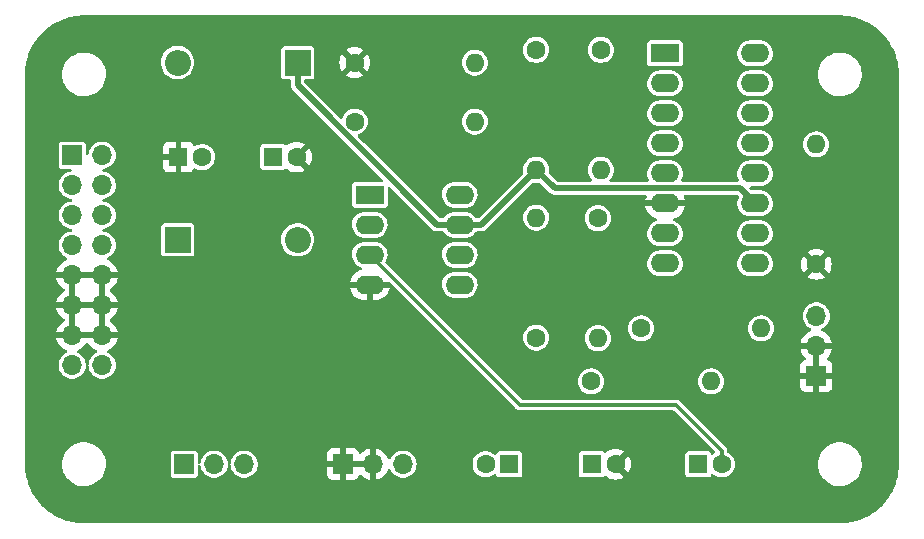
<source format=gbr>
%TF.GenerationSoftware,KiCad,Pcbnew,7.0.1-0*%
%TF.CreationDate,2023-07-23T18:38:07-04:00*%
%TF.ProjectId,Penfold_VCA,50656e66-6f6c-4645-9f56-43412e6b6963,rev?*%
%TF.SameCoordinates,Original*%
%TF.FileFunction,Copper,L2,Bot*%
%TF.FilePolarity,Positive*%
%FSLAX46Y46*%
G04 Gerber Fmt 4.6, Leading zero omitted, Abs format (unit mm)*
G04 Created by KiCad (PCBNEW 7.0.1-0) date 2023-07-23 18:38:07*
%MOMM*%
%LPD*%
G01*
G04 APERTURE LIST*
%TA.AperFunction,ComponentPad*%
%ADD10C,1.600000*%
%TD*%
%TA.AperFunction,ComponentPad*%
%ADD11O,1.600000X1.600000*%
%TD*%
%TA.AperFunction,ComponentPad*%
%ADD12R,1.600000X1.600000*%
%TD*%
%TA.AperFunction,ComponentPad*%
%ADD13R,1.700000X1.700000*%
%TD*%
%TA.AperFunction,ComponentPad*%
%ADD14O,1.700000X1.700000*%
%TD*%
%TA.AperFunction,ComponentPad*%
%ADD15R,2.200000X2.200000*%
%TD*%
%TA.AperFunction,ComponentPad*%
%ADD16O,2.200000X2.200000*%
%TD*%
%TA.AperFunction,ComponentPad*%
%ADD17R,2.400000X1.600000*%
%TD*%
%TA.AperFunction,ComponentPad*%
%ADD18O,2.400000X1.600000*%
%TD*%
%TA.AperFunction,Conductor*%
%ADD19C,0.300000*%
%TD*%
%TA.AperFunction,Conductor*%
%ADD20C,0.500000*%
%TD*%
G04 APERTURE END LIST*
D10*
%TO.P,R9,1*%
%TO.N,Net-(C2-Pad1)*%
X150500000Y-95170000D03*
D11*
%TO.P,R9,2*%
%TO.N,Net-(R9-Pad2)*%
X150500000Y-105330000D03*
%TD*%
%TO.P,R4,2*%
%TO.N,Net-(U1C-+)*%
X164330000Y-104500000D03*
D10*
%TO.P,R4,1*%
%TO.N,Net-(C2-Pad1)*%
X154170000Y-104500000D03*
%TD*%
D12*
%TO.P,C2,1*%
%TO.N,Net-(C2-Pad1)*%
X150000000Y-116000000D03*
D10*
%TO.P,C2,2*%
%TO.N,GND*%
X152000000Y-116000000D03*
%TD*%
D13*
%TO.P,SW1,1,A*%
%TO.N,CV Bus*%
X115475000Y-116000000D03*
D14*
%TO.P,SW1,2,B*%
%TO.N,3*%
X118015000Y-116000000D03*
%TO.P,SW1,3,C*%
%TO.N,Net-(SW1-C)*%
X120555000Y-116000000D03*
%TD*%
D10*
%TO.P,R2,1*%
%TO.N,+12V*%
X145288000Y-105283000D03*
D11*
%TO.P,R2,2*%
%TO.N,Net-(U1C-DIODE_BIAS)*%
X145288000Y-95123000D03*
%TD*%
D15*
%TO.P,D4,1,K*%
%TO.N,+12V*%
X125080000Y-82000000D03*
D16*
%TO.P,D4,2,A*%
%TO.N,Net-(D4-A)*%
X114920000Y-82000000D03*
%TD*%
D10*
%TO.P,R1,1*%
%TO.N,Net-(U2--)*%
X129921000Y-87000000D03*
D11*
%TO.P,R1,2*%
%TO.N,1*%
X140081000Y-87000000D03*
%TD*%
D10*
%TO.P,R3,1*%
%TO.N,Net-(C2-Pad1)*%
X150749000Y-80920000D03*
D11*
%TO.P,R3,2*%
%TO.N,Net-(U1C--)*%
X150749000Y-91080000D03*
%TD*%
D13*
%TO.P,J1,1,Pin_1*%
%TO.N,Gate Bus*%
X106000000Y-89840000D03*
D14*
%TO.P,J1,2,Pin_2*%
X108540000Y-89840000D03*
%TO.P,J1,3,Pin_3*%
%TO.N,CV Bus*%
X106000000Y-92380000D03*
%TO.P,J1,4,Pin_4*%
X108540000Y-92380000D03*
%TO.P,J1,5,Pin_5*%
%TO.N,+5V*%
X106000000Y-94920000D03*
%TO.P,J1,6,Pin_6*%
X108540000Y-94920000D03*
%TO.P,J1,7,Pin_7*%
%TO.N,Net-(D4-A)*%
X106000000Y-97460000D03*
%TO.P,J1,8,Pin_8*%
X108540000Y-97460000D03*
%TO.P,J1,9,Pin_9*%
%TO.N,GND*%
X106000000Y-100000000D03*
%TO.P,J1,10,Pin_10*%
X108540000Y-100000000D03*
%TO.P,J1,11,Pin_11*%
X106000000Y-102540000D03*
%TO.P,J1,12,Pin_12*%
X108540000Y-102540000D03*
%TO.P,J1,13,Pin_13*%
X106000000Y-105080000D03*
%TO.P,J1,14,Pin_14*%
X108540000Y-105080000D03*
%TO.P,J1,15,Pin_15*%
%TO.N,Net-(D1-K)*%
X106000000Y-107620000D03*
%TO.P,J1,16,Pin_16*%
X108540000Y-107620000D03*
%TD*%
D17*
%TO.P,U2,1,NULL*%
%TO.N,unconnected-(U2-NULL-Pad1)*%
X131200000Y-93200000D03*
D18*
%TO.P,U2,2,-*%
%TO.N,Net-(U2--)*%
X131200000Y-95740000D03*
%TO.P,U2,3,+*%
%TO.N,3*%
X131200000Y-98280000D03*
%TO.P,U2,4,V-*%
%TO.N,GND*%
X131200000Y-100820000D03*
%TO.P,U2,5,NULL*%
%TO.N,unconnected-(U2-NULL-Pad5)*%
X138820000Y-100820000D03*
%TO.P,U2,6*%
%TO.N,Net-(U2--)*%
X138820000Y-98280000D03*
%TO.P,U2,7,V+*%
%TO.N,+12V*%
X138820000Y-95740000D03*
%TO.P,U2,8,STRB*%
%TO.N,unconnected-(U2-STRB-Pad8)*%
X138820000Y-93200000D03*
%TD*%
D10*
%TO.P,R8,1*%
%TO.N,GND*%
X169000000Y-99080000D03*
D11*
%TO.P,R8,2*%
%TO.N,Net-(C3-Pad1)*%
X169000000Y-88920000D03*
%TD*%
D13*
%TO.P,J4,1,Pin_1*%
%TO.N,GND*%
X128920000Y-116000000D03*
D14*
%TO.P,J4,2,Pin_2*%
X131460000Y-116000000D03*
%TO.P,J4,3,Pin_3*%
%TO.N,2*%
X134000000Y-116000000D03*
%TD*%
D15*
%TO.P,D1,1,K*%
%TO.N,Net-(D1-K)*%
X114920000Y-97000000D03*
D16*
%TO.P,D1,2,A*%
%TO.N,-12V*%
X125080000Y-97000000D03*
%TD*%
D13*
%TO.P,J6,1,Pin_1*%
%TO.N,GND*%
X169000000Y-108540000D03*
D14*
%TO.P,J6,2,Pin_2*%
X169000000Y-106000000D03*
%TO.P,J6,3,Pin_3*%
%TO.N,3*%
X169000000Y-103460000D03*
%TD*%
D12*
%TO.P,C4,1*%
%TO.N,GND*%
X115000000Y-90000000D03*
D10*
%TO.P,C4,2*%
%TO.N,-12V*%
X117000000Y-90000000D03*
%TD*%
D12*
%TO.P,C3,1*%
%TO.N,Net-(C3-Pad1)*%
X159000000Y-116000000D03*
D10*
%TO.P,C3,2*%
%TO.N,3*%
X161000000Y-116000000D03*
%TD*%
%TO.P,R7,1*%
%TO.N,GND*%
X129920000Y-82000000D03*
D11*
%TO.P,R7,2*%
%TO.N,Net-(C2-Pad1)*%
X140080000Y-82000000D03*
%TD*%
D12*
%TO.P,C1,1*%
%TO.N,Net-(C1-Pad1)*%
X143000000Y-116000000D03*
D10*
%TO.P,C1,2*%
%TO.N,2*%
X141000000Y-116000000D03*
%TD*%
%TO.P,R5,1*%
%TO.N,Net-(C1-Pad1)*%
X149920000Y-109000000D03*
D11*
%TO.P,R5,2*%
%TO.N,Net-(U1C-+)*%
X160080000Y-109000000D03*
%TD*%
D12*
%TO.P,C5,1*%
%TO.N,+12V*%
X123000000Y-90000000D03*
D10*
%TO.P,C5,2*%
%TO.N,GND*%
X125000000Y-90000000D03*
%TD*%
D17*
%TO.P,U1,1*%
%TO.N,1*%
X156200000Y-81220000D03*
D18*
%TO.P,U1,2,DIODE_BIAS*%
%TO.N,Net-(U1C-DIODE_BIAS)*%
X156200000Y-83760000D03*
%TO.P,U1,3,+*%
%TO.N,Net-(U1C-+)*%
X156200000Y-86300000D03*
%TO.P,U1,4,-*%
%TO.N,Net-(U1C--)*%
X156200000Y-88840000D03*
%TO.P,U1,5*%
%TO.N,Net-(R9-Pad2)*%
X156200000Y-91380000D03*
%TO.P,U1,6,V-*%
%TO.N,GND*%
X156200000Y-93920000D03*
%TO.P,U1,7*%
%TO.N,Net-(R9-Pad2)*%
X156200000Y-96460000D03*
%TO.P,U1,8*%
%TO.N,Net-(C3-Pad1)*%
X156200000Y-99000000D03*
%TO.P,U1,9*%
%TO.N,N/C*%
X163820000Y-99000000D03*
%TO.P,U1,10*%
X163820000Y-96460000D03*
%TO.P,U1,11,V+*%
%TO.N,+12V*%
X163820000Y-93920000D03*
%TO.P,U1,12*%
%TO.N,N/C*%
X163820000Y-91380000D03*
%TO.P,U1,13*%
X163820000Y-88840000D03*
%TO.P,U1,14*%
X163820000Y-86300000D03*
%TO.P,U1,15*%
X163820000Y-83760000D03*
%TO.P,U1,16*%
X163820000Y-81220000D03*
%TD*%
D10*
%TO.P,R6,1*%
%TO.N,Net-(C2-Pad1)*%
X145288000Y-80920000D03*
D11*
%TO.P,R6,2*%
%TO.N,+12V*%
X145288000Y-91080000D03*
%TD*%
D19*
%TO.N,3*%
X161000000Y-114868630D02*
X161000000Y-116000000D01*
X157131370Y-111000000D02*
X161000000Y-114868630D01*
X131200000Y-98280000D02*
X143920000Y-111000000D01*
X143920000Y-111000000D02*
X157131370Y-111000000D01*
D20*
%TO.N,+12V*%
X140628000Y-95740000D02*
X145288000Y-91080000D01*
X146838000Y-92630000D02*
X162530000Y-92630000D01*
X138820000Y-95740000D02*
X140628000Y-95740000D01*
X162530000Y-92630000D02*
X163820000Y-93920000D01*
X125080000Y-83926767D02*
X136893233Y-95740000D01*
X136893233Y-95740000D02*
X138820000Y-95740000D01*
X145288000Y-91080000D02*
X146838000Y-92630000D01*
X125080000Y-82000000D02*
X125080000Y-83926767D01*
%TD*%
%TA.AperFunction,Conductor*%
%TO.N,GND*%
G36*
X171002562Y-78000605D02*
G01*
X171217600Y-78009500D01*
X171413455Y-78018052D01*
X171423330Y-78018881D01*
X171636706Y-78045479D01*
X171636793Y-78045490D01*
X171834945Y-78071577D01*
X171844192Y-78073153D01*
X172053521Y-78117044D01*
X172054765Y-78117312D01*
X172250386Y-78160680D01*
X172258901Y-78162889D01*
X172463665Y-78223850D01*
X172465325Y-78224359D01*
X172656696Y-78284698D01*
X172664453Y-78287431D01*
X172863363Y-78365046D01*
X172865513Y-78365911D01*
X173051024Y-78442752D01*
X173057972Y-78445886D01*
X173225903Y-78527982D01*
X173249587Y-78539561D01*
X173252383Y-78540972D01*
X173430420Y-78633652D01*
X173436636Y-78637118D01*
X173619793Y-78746255D01*
X173622929Y-78748187D01*
X173686491Y-78788681D01*
X173792282Y-78856078D01*
X173797710Y-78859741D01*
X173971184Y-78983599D01*
X173974616Y-78986140D01*
X174133912Y-79108372D01*
X174138567Y-79112126D01*
X174301226Y-79249891D01*
X174304838Y-79253072D01*
X174452925Y-79388769D01*
X174456807Y-79392486D01*
X174607512Y-79543191D01*
X174611232Y-79547076D01*
X174746921Y-79695155D01*
X174750107Y-79698772D01*
X174887872Y-79861431D01*
X174891626Y-79866086D01*
X175013858Y-80025382D01*
X175016399Y-80028814D01*
X175140257Y-80202288D01*
X175143920Y-80207716D01*
X175251800Y-80377052D01*
X175253743Y-80380205D01*
X175362880Y-80563362D01*
X175366346Y-80569578D01*
X175459026Y-80747615D01*
X175460437Y-80750411D01*
X175554099Y-80941997D01*
X175557260Y-80949005D01*
X175634051Y-81134395D01*
X175634991Y-81136734D01*
X175646957Y-81167398D01*
X175712559Y-81335523D01*
X175715302Y-81343309D01*
X175775602Y-81534554D01*
X175776186Y-81536460D01*
X175837105Y-81741084D01*
X175839321Y-81749627D01*
X175882671Y-81945166D01*
X175882971Y-81946559D01*
X175926844Y-82155802D01*
X175928422Y-82165062D01*
X175954459Y-82362829D01*
X175954568Y-82363677D01*
X175981114Y-82576641D01*
X175981948Y-82586570D01*
X175990513Y-82782728D01*
X175990525Y-82783013D01*
X175999394Y-82997438D01*
X175999500Y-83002562D01*
X175999500Y-115997438D01*
X175999394Y-116002563D01*
X175990525Y-116216987D01*
X175990513Y-116217271D01*
X175981948Y-116413428D01*
X175981114Y-116423357D01*
X175954568Y-116636321D01*
X175954459Y-116637169D01*
X175928422Y-116834936D01*
X175926844Y-116844196D01*
X175882971Y-117053439D01*
X175882671Y-117054832D01*
X175839321Y-117250371D01*
X175837105Y-117258914D01*
X175776186Y-117463538D01*
X175775602Y-117465444D01*
X175715302Y-117656689D01*
X175712559Y-117664475D01*
X175635008Y-117863224D01*
X175634051Y-117865603D01*
X175557260Y-118050993D01*
X175554099Y-118058001D01*
X175460437Y-118249587D01*
X175459026Y-118252383D01*
X175366346Y-118430420D01*
X175362880Y-118436636D01*
X175253743Y-118619793D01*
X175251800Y-118622946D01*
X175143920Y-118792282D01*
X175140257Y-118797710D01*
X175016399Y-118971184D01*
X175013858Y-118974616D01*
X174891626Y-119133912D01*
X174887872Y-119138567D01*
X174750107Y-119301226D01*
X174746908Y-119304858D01*
X174611254Y-119452899D01*
X174607512Y-119456807D01*
X174456807Y-119607512D01*
X174452899Y-119611254D01*
X174304858Y-119746908D01*
X174301226Y-119750107D01*
X174138567Y-119887872D01*
X174133912Y-119891626D01*
X173974616Y-120013858D01*
X173971184Y-120016399D01*
X173797710Y-120140257D01*
X173792282Y-120143920D01*
X173622946Y-120251800D01*
X173619793Y-120253743D01*
X173436636Y-120362880D01*
X173430420Y-120366346D01*
X173252383Y-120459026D01*
X173249587Y-120460437D01*
X173058001Y-120554099D01*
X173050993Y-120557260D01*
X172865603Y-120634051D01*
X172863224Y-120635008D01*
X172664475Y-120712559D01*
X172656689Y-120715302D01*
X172465444Y-120775602D01*
X172463538Y-120776186D01*
X172258914Y-120837105D01*
X172250371Y-120839321D01*
X172054832Y-120882671D01*
X172053439Y-120882971D01*
X171844196Y-120926844D01*
X171834936Y-120928422D01*
X171637169Y-120954459D01*
X171636321Y-120954568D01*
X171423357Y-120981114D01*
X171413428Y-120981948D01*
X171217381Y-120990508D01*
X171217097Y-120990520D01*
X171002563Y-120999394D01*
X170997438Y-120999500D01*
X107002562Y-120999500D01*
X106997437Y-120999394D01*
X106782901Y-120990520D01*
X106782617Y-120990508D01*
X106586570Y-120981948D01*
X106576641Y-120981114D01*
X106363677Y-120954568D01*
X106362829Y-120954459D01*
X106165062Y-120928422D01*
X106155802Y-120926844D01*
X105946559Y-120882971D01*
X105945166Y-120882671D01*
X105749627Y-120839321D01*
X105741084Y-120837105D01*
X105536460Y-120776186D01*
X105534554Y-120775602D01*
X105343309Y-120715302D01*
X105335523Y-120712559D01*
X105206985Y-120662404D01*
X105136734Y-120634991D01*
X105134395Y-120634051D01*
X104949005Y-120557260D01*
X104941997Y-120554099D01*
X104750411Y-120460437D01*
X104747615Y-120459026D01*
X104569578Y-120366346D01*
X104563362Y-120362880D01*
X104380205Y-120253743D01*
X104377052Y-120251800D01*
X104207716Y-120143920D01*
X104202288Y-120140257D01*
X104028814Y-120016399D01*
X104025382Y-120013858D01*
X103866086Y-119891626D01*
X103861431Y-119887872D01*
X103698772Y-119750107D01*
X103695155Y-119746921D01*
X103547076Y-119611232D01*
X103543191Y-119607512D01*
X103392486Y-119456807D01*
X103388769Y-119452925D01*
X103253072Y-119304838D01*
X103249891Y-119301226D01*
X103112126Y-119138567D01*
X103108372Y-119133912D01*
X102986140Y-118974616D01*
X102983599Y-118971184D01*
X102859741Y-118797710D01*
X102856078Y-118792282D01*
X102748198Y-118622946D01*
X102746255Y-118619793D01*
X102637118Y-118436636D01*
X102633652Y-118430420D01*
X102540972Y-118252383D01*
X102539561Y-118249587D01*
X102527982Y-118225903D01*
X102445886Y-118057972D01*
X102442752Y-118051024D01*
X102365911Y-117865513D01*
X102365046Y-117863363D01*
X102287431Y-117664453D01*
X102284696Y-117656689D01*
X102224359Y-117465325D01*
X102223850Y-117463665D01*
X102162889Y-117258901D01*
X102160680Y-117250386D01*
X102117312Y-117054765D01*
X102117027Y-117053439D01*
X102116768Y-117052206D01*
X102073153Y-116844192D01*
X102071576Y-116834936D01*
X102068466Y-116811311D01*
X102045490Y-116636793D01*
X102045483Y-116636743D01*
X102018881Y-116423330D01*
X102018052Y-116413455D01*
X102009486Y-116217271D01*
X102003302Y-116067764D01*
X105145787Y-116067764D01*
X105175413Y-116337016D01*
X105211919Y-116476651D01*
X105243928Y-116599088D01*
X105334113Y-116811311D01*
X105349871Y-116848392D01*
X105490982Y-117079611D01*
X105664253Y-117287818D01*
X105664255Y-117287820D01*
X105865998Y-117468582D01*
X106091910Y-117618044D01*
X106103197Y-117623335D01*
X106337177Y-117733021D01*
X106596562Y-117811058D01*
X106596569Y-117811060D01*
X106864561Y-117850500D01*
X107067631Y-117850500D01*
X107067634Y-117850500D01*
X107270156Y-117835677D01*
X107343782Y-117819276D01*
X107534553Y-117776780D01*
X107787558Y-117680014D01*
X108023777Y-117547441D01*
X108238177Y-117381888D01*
X108426186Y-117186881D01*
X108583799Y-116966579D01*
X108620669Y-116894867D01*
X114324500Y-116894867D01*
X114327414Y-116919988D01*
X114327414Y-116919990D01*
X114327415Y-116919991D01*
X114357114Y-116987252D01*
X114372795Y-117022767D01*
X114452232Y-117102204D01*
X114452233Y-117102204D01*
X114452235Y-117102206D01*
X114555009Y-117147585D01*
X114580135Y-117150500D01*
X116369864Y-117150499D01*
X116369867Y-117150499D01*
X116382427Y-117149042D01*
X116394991Y-117147585D01*
X116497765Y-117102206D01*
X116577206Y-117022765D01*
X116622585Y-116919991D01*
X116625500Y-116894865D01*
X116625499Y-116156046D01*
X116641170Y-116095710D01*
X116684221Y-116050622D01*
X116743772Y-116032181D01*
X116804770Y-116045049D01*
X116851799Y-116085972D01*
X116872970Y-116144607D01*
X116879243Y-116212310D01*
X116937595Y-116417390D01*
X117032631Y-116608252D01*
X117161126Y-116778405D01*
X117161128Y-116778407D01*
X117318698Y-116922052D01*
X117499981Y-117034298D01*
X117698802Y-117111321D01*
X117908390Y-117150500D01*
X118121608Y-117150500D01*
X118121610Y-117150500D01*
X118331198Y-117111321D01*
X118530019Y-117034298D01*
X118711302Y-116922052D01*
X118868872Y-116778407D01*
X118997366Y-116608255D01*
X118997366Y-116608253D01*
X118997368Y-116608252D01*
X119066554Y-116469305D01*
X119092405Y-116417389D01*
X119150756Y-116212310D01*
X119161529Y-116096047D01*
X119181633Y-116038996D01*
X119224410Y-115999999D01*
X119345589Y-115999999D01*
X119388367Y-116038996D01*
X119408471Y-116096048D01*
X119419243Y-116212310D01*
X119477595Y-116417390D01*
X119572631Y-116608252D01*
X119701126Y-116778405D01*
X119701128Y-116778407D01*
X119858698Y-116922052D01*
X120039981Y-117034298D01*
X120238802Y-117111321D01*
X120448390Y-117150500D01*
X120661608Y-117150500D01*
X120661610Y-117150500D01*
X120871198Y-117111321D01*
X121070019Y-117034298D01*
X121251302Y-116922052D01*
X121408872Y-116778407D01*
X121537366Y-116608255D01*
X121537366Y-116608253D01*
X121537368Y-116608252D01*
X121606554Y-116469305D01*
X121632405Y-116417389D01*
X121680032Y-116250000D01*
X127570000Y-116250000D01*
X127570000Y-116897824D01*
X127576402Y-116957375D01*
X127626647Y-117092089D01*
X127712811Y-117207188D01*
X127827910Y-117293352D01*
X127962624Y-117343597D01*
X128022176Y-117350000D01*
X128670000Y-117350000D01*
X128670000Y-116250000D01*
X129170000Y-116250000D01*
X129170000Y-117350000D01*
X129817824Y-117350000D01*
X129877375Y-117343597D01*
X130012089Y-117293352D01*
X130127188Y-117207188D01*
X130213352Y-117092088D01*
X130262614Y-116960013D01*
X130297593Y-116909633D01*
X130352438Y-116882180D01*
X130413731Y-116884369D01*
X130466477Y-116915665D01*
X130588918Y-117038106D01*
X130782423Y-117173600D01*
X130996507Y-117273430D01*
X131209999Y-117330635D01*
X131210000Y-117330636D01*
X131210000Y-116250000D01*
X129170000Y-116250000D01*
X128670000Y-116250000D01*
X127570000Y-116250000D01*
X121680032Y-116250000D01*
X121690756Y-116212310D01*
X121710429Y-116000000D01*
X121690756Y-115787690D01*
X121680032Y-115750000D01*
X127570000Y-115750000D01*
X128670000Y-115750000D01*
X128670000Y-114650000D01*
X129170000Y-114650000D01*
X129170000Y-115750000D01*
X131210000Y-115750000D01*
X131210000Y-114669364D01*
X131710000Y-114669364D01*
X131710000Y-117330635D01*
X131923492Y-117273430D01*
X132137576Y-117173600D01*
X132331081Y-117038106D01*
X132498106Y-116871081D01*
X132633600Y-116677576D01*
X132727294Y-116476651D01*
X132772381Y-116424905D01*
X132838085Y-116405066D01*
X132904276Y-116423213D01*
X132950677Y-116473785D01*
X133017634Y-116608256D01*
X133146126Y-116778405D01*
X133146128Y-116778407D01*
X133303698Y-116922052D01*
X133484981Y-117034298D01*
X133683802Y-117111321D01*
X133893390Y-117150500D01*
X134106608Y-117150500D01*
X134106610Y-117150500D01*
X134316198Y-117111321D01*
X134515019Y-117034298D01*
X134696302Y-116922052D01*
X134853872Y-116778407D01*
X134982366Y-116608255D01*
X134982366Y-116608253D01*
X134982368Y-116608252D01*
X135051554Y-116469305D01*
X135077405Y-116417389D01*
X135135756Y-116212310D01*
X135155429Y-116000000D01*
X139894785Y-116000000D01*
X139913602Y-116203083D01*
X139969418Y-116399251D01*
X140060324Y-116581818D01*
X140183236Y-116744580D01*
X140333958Y-116881981D01*
X140507361Y-116989347D01*
X140507363Y-116989348D01*
X140697544Y-117063024D01*
X140898024Y-117100500D01*
X141101974Y-117100500D01*
X141101976Y-117100500D01*
X141302456Y-117063024D01*
X141492637Y-116989348D01*
X141666041Y-116881981D01*
X141710990Y-116841004D01*
X141761973Y-116812991D01*
X141820122Y-116811311D01*
X141872638Y-116836335D01*
X141907961Y-116882553D01*
X141945063Y-116966579D01*
X141947795Y-116972767D01*
X142027232Y-117052204D01*
X142027233Y-117052204D01*
X142027235Y-117052206D01*
X142130009Y-117097585D01*
X142155135Y-117100500D01*
X143844864Y-117100499D01*
X143844867Y-117100499D01*
X143857427Y-117099041D01*
X143869991Y-117097585D01*
X143972765Y-117052206D01*
X144052206Y-116972765D01*
X144097585Y-116869991D01*
X144100500Y-116844867D01*
X148899500Y-116844867D01*
X148902414Y-116869988D01*
X148902414Y-116869990D01*
X148902415Y-116869991D01*
X148945063Y-116966579D01*
X148947795Y-116972767D01*
X149027232Y-117052204D01*
X149027233Y-117052204D01*
X149027235Y-117052206D01*
X149130009Y-117097585D01*
X149155135Y-117100500D01*
X150844864Y-117100499D01*
X150844867Y-117100499D01*
X150857427Y-117099041D01*
X150869991Y-117097585D01*
X150972765Y-117052206D01*
X151007693Y-117017277D01*
X151056371Y-116987252D01*
X151113346Y-116982267D01*
X151166499Y-117003383D01*
X151347519Y-117130134D01*
X151553673Y-117226266D01*
X151773397Y-117285141D01*
X152000000Y-117304966D01*
X152226602Y-117285141D01*
X152446326Y-117226266D01*
X152652480Y-117130134D01*
X152725472Y-117079025D01*
X151734128Y-116087681D01*
X151702034Y-116032094D01*
X151702034Y-116000001D01*
X152353553Y-116000001D01*
X153079025Y-116725472D01*
X153130134Y-116652480D01*
X153226266Y-116446326D01*
X153285141Y-116226602D01*
X153304966Y-115999999D01*
X153285141Y-115773397D01*
X153226266Y-115553673D01*
X153130133Y-115347515D01*
X153079025Y-115274526D01*
X152353553Y-116000000D01*
X152353553Y-116000001D01*
X151702034Y-116000001D01*
X151702034Y-115967906D01*
X151734128Y-115912319D01*
X152000000Y-115646447D01*
X152725472Y-114920974D01*
X152725471Y-114920972D01*
X152652484Y-114869866D01*
X152446326Y-114773733D01*
X152226602Y-114714858D01*
X152000000Y-114695033D01*
X151773397Y-114714858D01*
X151553673Y-114773733D01*
X151347515Y-114869866D01*
X151166498Y-114996616D01*
X151113346Y-115017732D01*
X151056371Y-115012747D01*
X151007694Y-114982722D01*
X150972767Y-114947795D01*
X150912023Y-114920974D01*
X150869991Y-114902415D01*
X150844865Y-114899500D01*
X150844863Y-114899500D01*
X149155132Y-114899500D01*
X149130011Y-114902414D01*
X149027232Y-114947795D01*
X148947795Y-115027232D01*
X148902415Y-115130009D01*
X148899500Y-115155136D01*
X148899500Y-116844867D01*
X144100500Y-116844867D01*
X144100500Y-116844865D01*
X144100499Y-115155136D01*
X144097585Y-115130009D01*
X144052206Y-115027235D01*
X144052204Y-115027233D01*
X144052204Y-115027232D01*
X143972767Y-114947795D01*
X143912023Y-114920974D01*
X143869991Y-114902415D01*
X143844865Y-114899500D01*
X143844863Y-114899500D01*
X142155132Y-114899500D01*
X142130011Y-114902414D01*
X142027232Y-114947795D01*
X141947793Y-115027234D01*
X141907962Y-115117444D01*
X141872638Y-115163664D01*
X141820122Y-115188688D01*
X141761974Y-115187008D01*
X141710990Y-115158995D01*
X141666041Y-115118018D01*
X141492638Y-115010652D01*
X141302457Y-114936976D01*
X141216852Y-114920974D01*
X141101976Y-114899500D01*
X140898024Y-114899500D01*
X140812463Y-114915494D01*
X140697542Y-114936976D01*
X140507361Y-115010652D01*
X140333958Y-115118018D01*
X140183236Y-115255419D01*
X140060324Y-115418181D01*
X139969418Y-115600748D01*
X139913602Y-115796916D01*
X139894785Y-116000000D01*
X135155429Y-116000000D01*
X135135756Y-115787690D01*
X135077405Y-115582611D01*
X135047896Y-115523348D01*
X134982368Y-115391747D01*
X134853873Y-115221594D01*
X134696301Y-115077947D01*
X134533645Y-114977235D01*
X134515019Y-114965702D01*
X134515017Y-114965701D01*
X134316198Y-114888679D01*
X134307259Y-114887008D01*
X134106610Y-114849500D01*
X133893390Y-114849500D01*
X133753664Y-114875619D01*
X133683801Y-114888679D01*
X133484982Y-114965701D01*
X133303698Y-115077947D01*
X133146126Y-115221594D01*
X133017631Y-115391747D01*
X132950676Y-115526214D01*
X132904276Y-115576786D01*
X132838085Y-115594933D01*
X132772382Y-115575094D01*
X132727294Y-115523348D01*
X132633599Y-115322421D01*
X132498109Y-115128921D01*
X132331081Y-114961893D01*
X132137576Y-114826399D01*
X131923492Y-114726569D01*
X131710000Y-114669364D01*
X131210000Y-114669364D01*
X131209999Y-114669364D01*
X130996507Y-114726569D01*
X130782421Y-114826400D01*
X130588924Y-114961888D01*
X130466477Y-115084335D01*
X130413730Y-115115630D01*
X130352438Y-115117819D01*
X130297593Y-115090366D01*
X130262614Y-115039987D01*
X130213352Y-114907910D01*
X130127188Y-114792811D01*
X130012089Y-114706647D01*
X129877375Y-114656402D01*
X129817824Y-114650000D01*
X129170000Y-114650000D01*
X128670000Y-114650000D01*
X128022176Y-114650000D01*
X127962624Y-114656402D01*
X127827910Y-114706647D01*
X127712811Y-114792811D01*
X127626647Y-114907910D01*
X127576402Y-115042624D01*
X127570000Y-115102176D01*
X127570000Y-115750000D01*
X121680032Y-115750000D01*
X121632405Y-115582611D01*
X121602896Y-115523348D01*
X121537368Y-115391747D01*
X121408873Y-115221594D01*
X121251301Y-115077947D01*
X121088645Y-114977235D01*
X121070019Y-114965702D01*
X121070017Y-114965701D01*
X120871198Y-114888679D01*
X120862259Y-114887008D01*
X120661610Y-114849500D01*
X120448390Y-114849500D01*
X120308664Y-114875619D01*
X120238801Y-114888679D01*
X120039982Y-114965701D01*
X119858698Y-115077947D01*
X119701126Y-115221594D01*
X119572631Y-115391747D01*
X119477595Y-115582609D01*
X119419243Y-115787689D01*
X119408471Y-115903951D01*
X119388367Y-115961003D01*
X119345589Y-115999999D01*
X119224410Y-115999999D01*
X119181633Y-115961003D01*
X119161529Y-115903951D01*
X119150756Y-115787689D01*
X119097566Y-115600750D01*
X119092405Y-115582611D01*
X119062896Y-115523348D01*
X118997368Y-115391747D01*
X118868873Y-115221594D01*
X118711301Y-115077947D01*
X118548645Y-114977235D01*
X118530019Y-114965702D01*
X118530017Y-114965701D01*
X118331198Y-114888679D01*
X118322259Y-114887008D01*
X118121610Y-114849500D01*
X117908390Y-114849500D01*
X117768664Y-114875619D01*
X117698801Y-114888679D01*
X117499982Y-114965701D01*
X117318698Y-115077947D01*
X117161126Y-115221594D01*
X117032631Y-115391747D01*
X116937595Y-115582609D01*
X116879243Y-115787689D01*
X116872970Y-115855393D01*
X116851799Y-115914029D01*
X116804770Y-115954952D01*
X116743772Y-115967820D01*
X116684221Y-115949379D01*
X116641170Y-115904291D01*
X116625499Y-115843952D01*
X116625499Y-115105133D01*
X116622585Y-115080011D01*
X116622585Y-115080009D01*
X116577206Y-114977235D01*
X116577204Y-114977233D01*
X116577204Y-114977232D01*
X116497767Y-114897795D01*
X116473337Y-114887008D01*
X116394991Y-114852415D01*
X116369865Y-114849500D01*
X116369863Y-114849500D01*
X114580132Y-114849500D01*
X114555011Y-114852414D01*
X114452232Y-114897795D01*
X114372795Y-114977232D01*
X114327415Y-115080009D01*
X114324500Y-115105136D01*
X114324500Y-116894867D01*
X108620669Y-116894867D01*
X108707656Y-116725675D01*
X108795118Y-116469305D01*
X108844319Y-116202933D01*
X108854212Y-115932235D01*
X108824586Y-115662982D01*
X108756072Y-115400912D01*
X108650130Y-115151610D01*
X108564104Y-115010652D01*
X108509017Y-114920388D01*
X108335746Y-114712181D01*
X108230758Y-114618112D01*
X108134002Y-114531418D01*
X107908090Y-114381956D01*
X107908086Y-114381954D01*
X107662822Y-114266978D01*
X107403437Y-114188941D01*
X107403431Y-114188940D01*
X107135439Y-114149500D01*
X106932369Y-114149500D01*
X106932366Y-114149500D01*
X106729843Y-114164322D01*
X106465449Y-114223219D01*
X106212441Y-114319986D01*
X105976223Y-114452559D01*
X105761825Y-114618109D01*
X105573813Y-114813120D01*
X105416201Y-115033420D01*
X105292342Y-115274329D01*
X105204881Y-115530695D01*
X105155680Y-115797066D01*
X105145787Y-116067764D01*
X102003302Y-116067764D01*
X102000605Y-116002562D01*
X102000500Y-115997439D01*
X102000500Y-105330000D01*
X104669364Y-105330000D01*
X104726569Y-105543492D01*
X104826399Y-105757576D01*
X104961893Y-105951081D01*
X105128918Y-106118106D01*
X105322423Y-106253600D01*
X105521572Y-106346466D01*
X105566566Y-106382105D01*
X105590690Y-106434188D01*
X105588776Y-106491555D01*
X105561232Y-106541914D01*
X105513962Y-106574474D01*
X105484984Y-106585700D01*
X105303698Y-106697947D01*
X105146126Y-106841594D01*
X105017631Y-107011747D01*
X104922595Y-107202609D01*
X104864243Y-107407689D01*
X104844571Y-107620000D01*
X104864243Y-107832310D01*
X104922595Y-108037390D01*
X105017631Y-108228252D01*
X105146126Y-108398405D01*
X105146128Y-108398407D01*
X105303698Y-108542052D01*
X105484981Y-108654298D01*
X105683802Y-108731321D01*
X105893390Y-108770500D01*
X106106608Y-108770500D01*
X106106610Y-108770500D01*
X106316198Y-108731321D01*
X106515019Y-108654298D01*
X106696302Y-108542052D01*
X106853872Y-108398407D01*
X106982366Y-108228255D01*
X106982366Y-108228253D01*
X106982368Y-108228252D01*
X107037257Y-108118018D01*
X107077405Y-108037389D01*
X107135756Y-107832310D01*
X107146529Y-107716047D01*
X107166633Y-107658996D01*
X107209410Y-107619999D01*
X107166633Y-107581003D01*
X107146529Y-107523951D01*
X107135756Y-107407689D01*
X107112550Y-107326132D01*
X107077405Y-107202611D01*
X107057385Y-107162405D01*
X106982368Y-107011747D01*
X106853873Y-106841594D01*
X106696301Y-106697947D01*
X106515014Y-106585699D01*
X106486038Y-106574474D01*
X106438767Y-106541915D01*
X106411223Y-106491556D01*
X106409309Y-106434189D01*
X106433433Y-106382105D01*
X106478427Y-106346466D01*
X106677576Y-106253600D01*
X106871081Y-106118106D01*
X107038106Y-105951081D01*
X107168425Y-105764968D01*
X107212743Y-105726103D01*
X107270000Y-105712092D01*
X107327257Y-105726103D01*
X107371575Y-105764968D01*
X107501893Y-105951081D01*
X107668918Y-106118106D01*
X107862423Y-106253600D01*
X108061572Y-106346466D01*
X108106566Y-106382105D01*
X108130690Y-106434188D01*
X108128776Y-106491555D01*
X108101232Y-106541914D01*
X108053962Y-106574474D01*
X108024984Y-106585700D01*
X107843698Y-106697947D01*
X107686126Y-106841594D01*
X107557631Y-107011747D01*
X107462595Y-107202609D01*
X107404243Y-107407689D01*
X107393471Y-107523951D01*
X107373367Y-107581003D01*
X107330589Y-107619999D01*
X107373367Y-107658996D01*
X107393471Y-107716048D01*
X107404243Y-107832310D01*
X107462595Y-108037390D01*
X107557631Y-108228252D01*
X107686126Y-108398405D01*
X107686128Y-108398407D01*
X107843698Y-108542052D01*
X108024981Y-108654298D01*
X108223802Y-108731321D01*
X108433390Y-108770500D01*
X108646608Y-108770500D01*
X108646610Y-108770500D01*
X108856198Y-108731321D01*
X109055019Y-108654298D01*
X109236302Y-108542052D01*
X109393872Y-108398407D01*
X109522366Y-108228255D01*
X109522366Y-108228253D01*
X109522368Y-108228252D01*
X109577257Y-108118018D01*
X109617405Y-108037389D01*
X109675756Y-107832310D01*
X109695429Y-107620000D01*
X109675756Y-107407690D01*
X109617405Y-107202611D01*
X109597385Y-107162405D01*
X109522368Y-107011747D01*
X109393873Y-106841594D01*
X109236301Y-106697947D01*
X109055014Y-106585699D01*
X109026038Y-106574474D01*
X108978767Y-106541915D01*
X108951223Y-106491556D01*
X108949309Y-106434189D01*
X108973433Y-106382105D01*
X109018427Y-106346466D01*
X109217576Y-106253600D01*
X109411081Y-106118106D01*
X109578106Y-105951081D01*
X109713600Y-105757576D01*
X109813430Y-105543492D01*
X109870636Y-105330000D01*
X104669364Y-105330000D01*
X102000500Y-105330000D01*
X102000500Y-102790000D01*
X104669364Y-102790000D01*
X104726569Y-103003492D01*
X104826399Y-103217576D01*
X104961893Y-103411081D01*
X105128918Y-103578106D01*
X105315031Y-103708425D01*
X105353896Y-103752743D01*
X105367907Y-103810000D01*
X105353896Y-103867257D01*
X105315031Y-103911575D01*
X105128918Y-104041893D01*
X104961890Y-104208921D01*
X104826400Y-104402421D01*
X104726569Y-104616507D01*
X104669364Y-104829999D01*
X104669364Y-104830000D01*
X105750000Y-104830000D01*
X105750000Y-102790000D01*
X106250000Y-102790000D01*
X106250000Y-104830000D01*
X108290000Y-104830000D01*
X108290000Y-102790000D01*
X108790000Y-102790000D01*
X108790000Y-104830000D01*
X109870636Y-104830000D01*
X109870635Y-104829999D01*
X109813430Y-104616507D01*
X109713599Y-104402421D01*
X109578109Y-104208921D01*
X109411081Y-104041893D01*
X109224968Y-103911575D01*
X109186103Y-103867257D01*
X109172092Y-103810000D01*
X109186103Y-103752743D01*
X109224968Y-103708425D01*
X109411081Y-103578106D01*
X109578106Y-103411081D01*
X109713600Y-103217576D01*
X109813430Y-103003492D01*
X109870636Y-102790000D01*
X108790000Y-102790000D01*
X108290000Y-102790000D01*
X106250000Y-102790000D01*
X105750000Y-102790000D01*
X104669364Y-102790000D01*
X102000500Y-102790000D01*
X102000500Y-100250000D01*
X104669364Y-100250000D01*
X104726569Y-100463492D01*
X104826399Y-100677576D01*
X104961893Y-100871081D01*
X105128918Y-101038106D01*
X105315031Y-101168425D01*
X105353896Y-101212743D01*
X105367907Y-101270000D01*
X105353896Y-101327257D01*
X105315031Y-101371575D01*
X105128918Y-101501893D01*
X104961890Y-101668921D01*
X104826400Y-101862421D01*
X104726569Y-102076507D01*
X104669364Y-102289999D01*
X104669364Y-102290000D01*
X105750000Y-102290000D01*
X105750000Y-100250000D01*
X106250000Y-100250000D01*
X106250000Y-102290000D01*
X108290000Y-102290000D01*
X108290000Y-100250000D01*
X108790000Y-100250000D01*
X108790000Y-102290000D01*
X109870636Y-102290000D01*
X109870635Y-102289999D01*
X109813430Y-102076507D01*
X109713599Y-101862421D01*
X109578109Y-101668921D01*
X109411081Y-101501893D01*
X109224968Y-101371575D01*
X109186103Y-101327257D01*
X109172092Y-101270000D01*
X109186103Y-101212743D01*
X109224968Y-101168425D01*
X109365532Y-101070000D01*
X129521128Y-101070000D01*
X129573733Y-101266326D01*
X129669865Y-101472480D01*
X129800341Y-101658819D01*
X129961180Y-101819658D01*
X130147519Y-101950134D01*
X130353673Y-102046266D01*
X130573397Y-102105141D01*
X130743235Y-102120000D01*
X130950000Y-102120000D01*
X130950000Y-101070000D01*
X131450000Y-101070000D01*
X131450000Y-102120000D01*
X131656765Y-102120000D01*
X131826602Y-102105141D01*
X132046326Y-102046266D01*
X132252480Y-101950134D01*
X132438819Y-101819658D01*
X132599658Y-101658819D01*
X132730134Y-101472480D01*
X132826266Y-101266326D01*
X132878872Y-101070000D01*
X131450000Y-101070000D01*
X130950000Y-101070000D01*
X129521128Y-101070000D01*
X109365532Y-101070000D01*
X109411081Y-101038106D01*
X109578106Y-100871081D01*
X109713600Y-100677576D01*
X109763764Y-100570000D01*
X129521128Y-100570000D01*
X132801534Y-100570000D01*
X132848987Y-100579439D01*
X132889215Y-100606319D01*
X143578630Y-111295733D01*
X143587896Y-111306101D01*
X143610120Y-111333969D01*
X143657364Y-111366180D01*
X143661145Y-111368863D01*
X143711973Y-111406376D01*
X143716568Y-111408695D01*
X143722325Y-111410470D01*
X143722327Y-111410472D01*
X143747351Y-111418190D01*
X143776980Y-111427330D01*
X143781371Y-111428774D01*
X143835301Y-111447646D01*
X143835303Y-111447646D01*
X143840990Y-111449636D01*
X143846071Y-111450500D01*
X143852098Y-111450500D01*
X143909246Y-111450500D01*
X143913883Y-111450586D01*
X143971010Y-111452725D01*
X143971010Y-111452724D01*
X143977026Y-111452950D01*
X143995638Y-111450500D01*
X156893404Y-111450500D01*
X156940857Y-111459939D01*
X156981085Y-111486819D01*
X160395157Y-114900890D01*
X160424585Y-114947809D01*
X160430650Y-115002861D01*
X160412142Y-115055061D01*
X160372754Y-115093997D01*
X160333960Y-115118017D01*
X160289008Y-115158996D01*
X160238024Y-115187009D01*
X160179876Y-115188688D01*
X160127360Y-115163663D01*
X160092037Y-115117444D01*
X160052206Y-115027235D01*
X160052205Y-115027234D01*
X160052205Y-115027233D01*
X159972767Y-114947795D01*
X159912023Y-114920974D01*
X159869991Y-114902415D01*
X159844865Y-114899500D01*
X159844863Y-114899500D01*
X158155132Y-114899500D01*
X158130011Y-114902414D01*
X158027232Y-114947795D01*
X157947795Y-115027232D01*
X157902415Y-115130009D01*
X157899500Y-115155136D01*
X157899500Y-116844867D01*
X157902414Y-116869988D01*
X157902414Y-116869990D01*
X157902415Y-116869991D01*
X157945063Y-116966579D01*
X157947795Y-116972767D01*
X158027232Y-117052204D01*
X158027233Y-117052204D01*
X158027235Y-117052206D01*
X158130009Y-117097585D01*
X158155135Y-117100500D01*
X159844864Y-117100499D01*
X159844867Y-117100499D01*
X159857427Y-117099041D01*
X159869991Y-117097585D01*
X159972765Y-117052206D01*
X160052206Y-116972765D01*
X160092038Y-116882552D01*
X160127360Y-116836336D01*
X160179876Y-116811311D01*
X160238025Y-116812991D01*
X160289009Y-116841004D01*
X160333958Y-116881981D01*
X160507361Y-116989347D01*
X160507363Y-116989348D01*
X160697544Y-117063024D01*
X160898024Y-117100500D01*
X161101974Y-117100500D01*
X161101976Y-117100500D01*
X161302456Y-117063024D01*
X161492637Y-116989348D01*
X161666041Y-116881981D01*
X161816764Y-116744579D01*
X161939673Y-116581821D01*
X161939673Y-116581819D01*
X161939675Y-116581818D01*
X162021550Y-116417389D01*
X162030582Y-116399250D01*
X162086397Y-116203083D01*
X162098936Y-116067764D01*
X169145787Y-116067764D01*
X169175413Y-116337016D01*
X169211919Y-116476651D01*
X169243928Y-116599088D01*
X169334113Y-116811311D01*
X169349871Y-116848392D01*
X169490982Y-117079611D01*
X169664253Y-117287818D01*
X169664255Y-117287820D01*
X169865998Y-117468582D01*
X170091910Y-117618044D01*
X170103197Y-117623335D01*
X170337177Y-117733021D01*
X170596562Y-117811058D01*
X170596569Y-117811060D01*
X170864561Y-117850500D01*
X171067631Y-117850500D01*
X171067634Y-117850500D01*
X171270156Y-117835677D01*
X171343782Y-117819276D01*
X171534553Y-117776780D01*
X171787558Y-117680014D01*
X172023777Y-117547441D01*
X172238177Y-117381888D01*
X172426186Y-117186881D01*
X172583799Y-116966579D01*
X172707656Y-116725675D01*
X172795118Y-116469305D01*
X172844319Y-116202933D01*
X172854212Y-115932235D01*
X172824586Y-115662982D01*
X172756072Y-115400912D01*
X172650130Y-115151610D01*
X172564104Y-115010652D01*
X172509017Y-114920388D01*
X172335746Y-114712181D01*
X172230758Y-114618112D01*
X172134002Y-114531418D01*
X171908090Y-114381956D01*
X171908086Y-114381954D01*
X171662822Y-114266978D01*
X171403437Y-114188941D01*
X171403431Y-114188940D01*
X171135439Y-114149500D01*
X170932369Y-114149500D01*
X170932366Y-114149500D01*
X170729843Y-114164322D01*
X170465449Y-114223219D01*
X170212441Y-114319986D01*
X169976223Y-114452559D01*
X169761825Y-114618109D01*
X169573813Y-114813120D01*
X169416201Y-115033420D01*
X169292342Y-115274329D01*
X169204881Y-115530695D01*
X169155680Y-115797066D01*
X169145787Y-116067764D01*
X162098936Y-116067764D01*
X162105215Y-116000000D01*
X162086397Y-115796917D01*
X162083771Y-115787689D01*
X162030581Y-115600748D01*
X161939675Y-115418181D01*
X161816763Y-115255419D01*
X161666043Y-115118020D01*
X161509222Y-115020921D01*
X161466171Y-114975833D01*
X161450500Y-114915494D01*
X161450500Y-114900892D01*
X161451280Y-114887008D01*
X161455270Y-114851596D01*
X161454874Y-114849501D01*
X161444635Y-114795391D01*
X161443864Y-114790850D01*
X161435348Y-114734343D01*
X161435347Y-114734341D01*
X161434448Y-114728376D01*
X161432842Y-114723494D01*
X161430023Y-114718161D01*
X161430023Y-114718158D01*
X161403282Y-114667563D01*
X161401220Y-114663477D01*
X161373814Y-114606566D01*
X161370818Y-114602344D01*
X161326151Y-114557677D01*
X161322933Y-114554337D01*
X161301668Y-114531419D01*
X161284055Y-114512436D01*
X161284053Y-114512435D01*
X161279958Y-114508021D01*
X161265070Y-114496596D01*
X157472738Y-110704265D01*
X157463472Y-110693897D01*
X157441249Y-110666030D01*
X157393978Y-110633800D01*
X157390240Y-110631148D01*
X157339405Y-110593629D01*
X157334794Y-110591302D01*
X157274419Y-110572679D01*
X157270014Y-110571230D01*
X157210393Y-110550368D01*
X157205284Y-110549500D01*
X157199272Y-110549500D01*
X157142108Y-110549500D01*
X157137471Y-110549413D01*
X157074340Y-110547050D01*
X157055735Y-110549500D01*
X144157965Y-110549500D01*
X144110512Y-110540061D01*
X144070284Y-110513181D01*
X142557103Y-109000000D01*
X148814785Y-109000000D01*
X148833602Y-109203083D01*
X148889418Y-109399251D01*
X148980324Y-109581818D01*
X149103236Y-109744580D01*
X149253958Y-109881981D01*
X149427361Y-109989347D01*
X149427363Y-109989348D01*
X149617544Y-110063024D01*
X149818024Y-110100500D01*
X150021974Y-110100500D01*
X150021976Y-110100500D01*
X150222456Y-110063024D01*
X150412637Y-109989348D01*
X150586041Y-109881981D01*
X150736764Y-109744579D01*
X150859673Y-109581821D01*
X150859673Y-109581819D01*
X150859675Y-109581818D01*
X150905313Y-109490161D01*
X150950582Y-109399250D01*
X151006397Y-109203083D01*
X151025215Y-109000000D01*
X158974785Y-109000000D01*
X158993602Y-109203083D01*
X159049418Y-109399251D01*
X159140324Y-109581818D01*
X159263236Y-109744580D01*
X159413958Y-109881981D01*
X159587361Y-109989347D01*
X159587363Y-109989348D01*
X159777544Y-110063024D01*
X159978024Y-110100500D01*
X160181974Y-110100500D01*
X160181976Y-110100500D01*
X160382456Y-110063024D01*
X160572637Y-109989348D01*
X160746041Y-109881981D01*
X160896764Y-109744579D01*
X161019673Y-109581821D01*
X161019673Y-109581819D01*
X161019675Y-109581818D01*
X161065313Y-109490161D01*
X161110582Y-109399250D01*
X161166397Y-109203083D01*
X161185215Y-109000000D01*
X161166397Y-108796917D01*
X161164429Y-108790000D01*
X167650000Y-108790000D01*
X167650000Y-109437824D01*
X167656402Y-109497375D01*
X167706647Y-109632089D01*
X167792811Y-109747188D01*
X167907910Y-109833352D01*
X168042624Y-109883597D01*
X168102176Y-109890000D01*
X168750000Y-109890000D01*
X168750000Y-108790000D01*
X169250000Y-108790000D01*
X169250000Y-109890000D01*
X169897824Y-109890000D01*
X169957375Y-109883597D01*
X170092089Y-109833352D01*
X170207188Y-109747188D01*
X170293352Y-109632089D01*
X170343597Y-109497375D01*
X170350000Y-109437824D01*
X170350000Y-108790000D01*
X169250000Y-108790000D01*
X168750000Y-108790000D01*
X167650000Y-108790000D01*
X161164429Y-108790000D01*
X161110582Y-108600750D01*
X161081354Y-108542052D01*
X161019675Y-108418181D01*
X160922877Y-108290000D01*
X167650000Y-108290000D01*
X168750000Y-108290000D01*
X168750000Y-106250000D01*
X169250000Y-106250000D01*
X169250000Y-108290000D01*
X170350000Y-108290000D01*
X170350000Y-107642176D01*
X170343597Y-107582624D01*
X170293352Y-107447910D01*
X170207188Y-107332811D01*
X170092088Y-107246647D01*
X169960012Y-107197385D01*
X169909633Y-107162405D01*
X169882180Y-107107561D01*
X169884369Y-107046268D01*
X169915665Y-106993521D01*
X170038109Y-106871077D01*
X170173600Y-106677576D01*
X170273430Y-106463492D01*
X170330636Y-106250000D01*
X169250000Y-106250000D01*
X168750000Y-106250000D01*
X167669364Y-106250000D01*
X167726569Y-106463492D01*
X167826399Y-106677576D01*
X167961893Y-106871081D01*
X168084334Y-106993522D01*
X168115630Y-107046268D01*
X168117819Y-107107561D01*
X168090366Y-107162405D01*
X168039987Y-107197385D01*
X167907911Y-107246647D01*
X167792811Y-107332811D01*
X167706647Y-107447910D01*
X167656402Y-107582624D01*
X167650000Y-107642176D01*
X167650000Y-108290000D01*
X160922877Y-108290000D01*
X160896763Y-108255419D01*
X160746041Y-108118018D01*
X160572638Y-108010652D01*
X160382457Y-107936976D01*
X160315629Y-107924484D01*
X160181976Y-107899500D01*
X159978024Y-107899500D01*
X159877784Y-107918237D01*
X159777542Y-107936976D01*
X159587361Y-108010652D01*
X159413958Y-108118018D01*
X159263236Y-108255419D01*
X159140324Y-108418181D01*
X159049418Y-108600748D01*
X158993602Y-108796916D01*
X158974785Y-109000000D01*
X151025215Y-109000000D01*
X151006397Y-108796917D01*
X150950582Y-108600750D01*
X150921354Y-108542052D01*
X150859675Y-108418181D01*
X150736763Y-108255419D01*
X150586041Y-108118018D01*
X150412638Y-108010652D01*
X150222457Y-107936976D01*
X150155629Y-107924484D01*
X150021976Y-107899500D01*
X149818024Y-107899500D01*
X149717784Y-107918237D01*
X149617542Y-107936976D01*
X149427361Y-108010652D01*
X149253958Y-108118018D01*
X149103236Y-108255419D01*
X148980324Y-108418181D01*
X148889418Y-108600748D01*
X148833602Y-108796916D01*
X148814785Y-109000000D01*
X142557103Y-109000000D01*
X138840102Y-105282999D01*
X144182785Y-105282999D01*
X144201602Y-105486083D01*
X144257418Y-105682251D01*
X144348324Y-105864818D01*
X144471236Y-106027580D01*
X144621958Y-106164981D01*
X144795361Y-106272347D01*
X144795363Y-106272348D01*
X144985544Y-106346024D01*
X145186024Y-106383500D01*
X145389974Y-106383500D01*
X145389976Y-106383500D01*
X145590456Y-106346024D01*
X145780637Y-106272348D01*
X145954041Y-106164981D01*
X145954040Y-106164981D01*
X146104763Y-106027580D01*
X146104764Y-106027579D01*
X146227673Y-105864821D01*
X146227673Y-105864819D01*
X146227675Y-105864818D01*
X146296746Y-105726103D01*
X146318582Y-105682250D01*
X146374397Y-105486083D01*
X146388860Y-105330000D01*
X149394785Y-105330000D01*
X149413602Y-105533083D01*
X149469418Y-105729251D01*
X149560324Y-105911818D01*
X149683236Y-106074580D01*
X149833958Y-106211981D01*
X149931455Y-106272348D01*
X150007363Y-106319348D01*
X150197544Y-106393024D01*
X150398024Y-106430500D01*
X150601974Y-106430500D01*
X150601976Y-106430500D01*
X150802456Y-106393024D01*
X150992637Y-106319348D01*
X151166041Y-106211981D01*
X151316764Y-106074579D01*
X151439673Y-105911821D01*
X151439673Y-105911819D01*
X151439675Y-105911818D01*
X151485313Y-105820161D01*
X151520250Y-105750000D01*
X167669364Y-105750000D01*
X170330636Y-105750000D01*
X170330635Y-105749999D01*
X170273430Y-105536507D01*
X170173599Y-105322421D01*
X170038109Y-105128921D01*
X169871081Y-104961893D01*
X169677576Y-104826399D01*
X169478427Y-104733533D01*
X169433432Y-104697893D01*
X169409308Y-104645809D01*
X169411224Y-104588441D01*
X169438769Y-104538083D01*
X169486038Y-104505524D01*
X169515019Y-104494298D01*
X169696302Y-104382052D01*
X169853872Y-104238407D01*
X169982366Y-104068255D01*
X169982366Y-104068253D01*
X169982368Y-104068252D01*
X170057094Y-103918179D01*
X170077405Y-103877389D01*
X170135756Y-103672310D01*
X170155429Y-103460000D01*
X170135756Y-103247690D01*
X170077405Y-103042611D01*
X170057926Y-103003492D01*
X169982368Y-102851747D01*
X169853873Y-102681594D01*
X169696301Y-102537947D01*
X169515017Y-102425701D01*
X169316198Y-102348679D01*
X169106610Y-102309500D01*
X168893390Y-102309500D01*
X168753664Y-102335619D01*
X168683801Y-102348679D01*
X168484982Y-102425701D01*
X168303698Y-102537947D01*
X168146126Y-102681594D01*
X168017631Y-102851747D01*
X167922595Y-103042609D01*
X167864243Y-103247689D01*
X167844571Y-103459999D01*
X167864243Y-103672310D01*
X167922595Y-103877390D01*
X168017631Y-104068252D01*
X168146126Y-104238405D01*
X168146128Y-104238407D01*
X168303698Y-104382052D01*
X168484981Y-104494298D01*
X168513961Y-104505524D01*
X168561231Y-104538083D01*
X168588775Y-104588442D01*
X168590691Y-104645809D01*
X168566567Y-104697893D01*
X168521573Y-104733533D01*
X168322419Y-104826401D01*
X168128921Y-104961890D01*
X167961890Y-105128921D01*
X167826400Y-105322421D01*
X167726569Y-105536507D01*
X167669364Y-105749999D01*
X167669364Y-105750000D01*
X151520250Y-105750000D01*
X151530582Y-105729250D01*
X151586397Y-105533083D01*
X151605215Y-105330000D01*
X151586397Y-105126917D01*
X151530582Y-104930750D01*
X151530209Y-104930001D01*
X151439675Y-104748181D01*
X151316763Y-104585419D01*
X151223062Y-104499999D01*
X153064785Y-104499999D01*
X153083602Y-104703083D01*
X153139418Y-104899251D01*
X153230324Y-105081818D01*
X153353236Y-105244580D01*
X153503958Y-105381981D01*
X153677361Y-105489347D01*
X153677363Y-105489348D01*
X153867544Y-105563024D01*
X154068024Y-105600500D01*
X154271974Y-105600500D01*
X154271976Y-105600500D01*
X154472456Y-105563024D01*
X154662637Y-105489348D01*
X154836041Y-105381981D01*
X154986764Y-105244579D01*
X155109673Y-105081821D01*
X155109673Y-105081819D01*
X155109675Y-105081818D01*
X155184898Y-104930748D01*
X155200582Y-104899250D01*
X155256397Y-104703083D01*
X155275215Y-104500000D01*
X155275215Y-104499999D01*
X163224785Y-104499999D01*
X163243602Y-104703083D01*
X163299418Y-104899251D01*
X163390324Y-105081818D01*
X163513236Y-105244580D01*
X163663958Y-105381981D01*
X163837361Y-105489347D01*
X163837363Y-105489348D01*
X164027544Y-105563024D01*
X164228024Y-105600500D01*
X164431974Y-105600500D01*
X164431976Y-105600500D01*
X164632456Y-105563024D01*
X164822637Y-105489348D01*
X164996041Y-105381981D01*
X165146764Y-105244579D01*
X165269673Y-105081821D01*
X165269673Y-105081819D01*
X165269675Y-105081818D01*
X165344898Y-104930748D01*
X165360582Y-104899250D01*
X165416397Y-104703083D01*
X165435215Y-104500000D01*
X165416397Y-104296917D01*
X165360582Y-104100750D01*
X165331275Y-104041893D01*
X165269675Y-103918181D01*
X165146763Y-103755419D01*
X164996041Y-103618018D01*
X164822638Y-103510652D01*
X164632457Y-103436976D01*
X164565629Y-103424483D01*
X164431976Y-103399500D01*
X164228024Y-103399500D01*
X164127784Y-103418237D01*
X164027542Y-103436976D01*
X163837361Y-103510652D01*
X163663958Y-103618018D01*
X163513236Y-103755419D01*
X163390324Y-103918181D01*
X163299418Y-104100748D01*
X163243602Y-104296916D01*
X163224785Y-104499999D01*
X155275215Y-104499999D01*
X155256397Y-104296917D01*
X155200582Y-104100750D01*
X155171275Y-104041893D01*
X155109675Y-103918181D01*
X154986763Y-103755419D01*
X154836041Y-103618018D01*
X154662638Y-103510652D01*
X154472457Y-103436976D01*
X154405629Y-103424483D01*
X154271976Y-103399500D01*
X154068024Y-103399500D01*
X153967784Y-103418237D01*
X153867542Y-103436976D01*
X153677361Y-103510652D01*
X153503958Y-103618018D01*
X153353236Y-103755419D01*
X153230324Y-103918181D01*
X153139418Y-104100748D01*
X153083602Y-104296916D01*
X153064785Y-104499999D01*
X151223062Y-104499999D01*
X151166041Y-104448018D01*
X150992638Y-104340652D01*
X150802457Y-104266976D01*
X150735629Y-104254483D01*
X150601976Y-104229500D01*
X150398024Y-104229500D01*
X150297784Y-104248237D01*
X150197542Y-104266976D01*
X150007361Y-104340652D01*
X149833958Y-104448018D01*
X149683236Y-104585419D01*
X149560324Y-104748181D01*
X149469418Y-104930748D01*
X149413602Y-105126916D01*
X149394785Y-105330000D01*
X146388860Y-105330000D01*
X146393215Y-105283000D01*
X146376140Y-105098734D01*
X146374397Y-105079916D01*
X146318581Y-104883748D01*
X146227675Y-104701181D01*
X146104763Y-104538419D01*
X145954041Y-104401018D01*
X145780638Y-104293652D01*
X145590457Y-104219976D01*
X145523629Y-104207483D01*
X145389976Y-104182500D01*
X145186024Y-104182500D01*
X145085784Y-104201237D01*
X144985542Y-104219976D01*
X144795361Y-104293652D01*
X144621958Y-104401018D01*
X144471236Y-104538419D01*
X144348324Y-104701181D01*
X144257418Y-104883748D01*
X144201602Y-105079916D01*
X144182785Y-105282999D01*
X138840102Y-105282999D01*
X134324499Y-100767396D01*
X137315746Y-100767396D01*
X137325746Y-100977330D01*
X137375297Y-101181580D01*
X137462602Y-101372752D01*
X137533619Y-101472480D01*
X137584514Y-101543952D01*
X137736622Y-101688986D01*
X137808964Y-101735478D01*
X137913425Y-101802612D01*
X137952580Y-101818287D01*
X138108543Y-101880725D01*
X138237228Y-101905527D01*
X138314914Y-101920500D01*
X138314915Y-101920500D01*
X139272420Y-101920500D01*
X139272425Y-101920500D01*
X139429218Y-101905528D01*
X139630875Y-101846316D01*
X139817682Y-101750011D01*
X139982886Y-101620092D01*
X140120519Y-101461256D01*
X140225604Y-101279244D01*
X140294344Y-101080633D01*
X140324254Y-100872602D01*
X140314254Y-100662670D01*
X140264704Y-100458424D01*
X140231157Y-100384966D01*
X140177397Y-100267247D01*
X140100332Y-100159026D01*
X168274526Y-100159026D01*
X168347515Y-100210133D01*
X168553673Y-100306266D01*
X168773397Y-100365141D01*
X169000000Y-100384966D01*
X169226602Y-100365141D01*
X169446326Y-100306266D01*
X169652480Y-100210134D01*
X169725472Y-100159025D01*
X169000001Y-99433553D01*
X169000000Y-99433553D01*
X168274526Y-100159025D01*
X168274526Y-100159026D01*
X140100332Y-100159026D01*
X140055487Y-100096050D01*
X140055486Y-100096048D01*
X139903378Y-99951014D01*
X139870694Y-99930009D01*
X139726574Y-99837387D01*
X139570609Y-99774949D01*
X139531457Y-99759275D01*
X139531456Y-99759274D01*
X139531454Y-99759274D01*
X139325086Y-99719500D01*
X139325085Y-99719500D01*
X138367575Y-99719500D01*
X138269579Y-99728857D01*
X138210779Y-99734472D01*
X138009126Y-99793683D01*
X137822315Y-99889990D01*
X137657115Y-100019906D01*
X137519479Y-100178745D01*
X137414396Y-100360754D01*
X137345655Y-100559366D01*
X137315746Y-100767396D01*
X134324499Y-100767396D01*
X132559688Y-99002585D01*
X132530847Y-98957314D01*
X132523841Y-98904097D01*
X132539982Y-98852904D01*
X132605533Y-98739367D01*
X132605604Y-98739244D01*
X132674344Y-98540633D01*
X132704254Y-98332602D01*
X132699243Y-98227398D01*
X137315746Y-98227398D01*
X137325746Y-98437330D01*
X137373378Y-98633672D01*
X137375297Y-98641580D01*
X137462602Y-98832752D01*
X137544242Y-98947398D01*
X137584514Y-99003952D01*
X137736622Y-99148986D01*
X137808964Y-99195478D01*
X137913425Y-99262612D01*
X137952580Y-99278287D01*
X138108543Y-99340725D01*
X138216749Y-99361580D01*
X138314914Y-99380500D01*
X138314915Y-99380500D01*
X139272420Y-99380500D01*
X139272425Y-99380500D01*
X139429218Y-99365528D01*
X139630875Y-99306316D01*
X139817682Y-99210011D01*
X139982886Y-99080092D01*
X140097867Y-98947398D01*
X154695746Y-98947398D01*
X154702067Y-99080092D01*
X154705746Y-99157330D01*
X154755297Y-99361580D01*
X154842602Y-99552752D01*
X154940241Y-99689865D01*
X154964514Y-99723952D01*
X155116622Y-99868986D01*
X155149305Y-99889990D01*
X155293425Y-99982612D01*
X155332580Y-99998287D01*
X155488543Y-100060725D01*
X155617228Y-100085527D01*
X155694914Y-100100500D01*
X155694915Y-100100500D01*
X156652420Y-100100500D01*
X156652425Y-100100500D01*
X156809218Y-100085528D01*
X157010875Y-100026316D01*
X157197682Y-99930011D01*
X157362886Y-99800092D01*
X157500519Y-99641256D01*
X157605604Y-99459244D01*
X157674344Y-99260633D01*
X157704254Y-99052602D01*
X157699243Y-98947398D01*
X162315746Y-98947398D01*
X162322067Y-99080092D01*
X162325746Y-99157330D01*
X162375297Y-99361580D01*
X162462602Y-99552752D01*
X162560241Y-99689865D01*
X162584514Y-99723952D01*
X162736622Y-99868986D01*
X162769305Y-99889990D01*
X162913425Y-99982612D01*
X162952580Y-99998287D01*
X163108543Y-100060725D01*
X163237228Y-100085527D01*
X163314914Y-100100500D01*
X163314915Y-100100500D01*
X164272420Y-100100500D01*
X164272425Y-100100500D01*
X164429218Y-100085528D01*
X164630875Y-100026316D01*
X164817682Y-99930011D01*
X164982886Y-99800092D01*
X165120519Y-99641256D01*
X165225604Y-99459244D01*
X165294344Y-99260633D01*
X165320315Y-99080000D01*
X167695033Y-99080000D01*
X167714858Y-99306602D01*
X167773733Y-99526326D01*
X167869866Y-99732484D01*
X167920972Y-99805471D01*
X167920974Y-99805472D01*
X168646446Y-99080001D01*
X169353553Y-99080001D01*
X170079025Y-99805472D01*
X170130134Y-99732480D01*
X170226266Y-99526326D01*
X170285141Y-99306602D01*
X170304966Y-99080000D01*
X170285141Y-98853397D01*
X170226266Y-98633673D01*
X170130133Y-98427515D01*
X170079025Y-98354526D01*
X169353553Y-99080000D01*
X169353553Y-99080001D01*
X168646446Y-99080001D01*
X168646446Y-99080000D01*
X167920973Y-98354526D01*
X167920973Y-98354527D01*
X167869865Y-98427516D01*
X167773733Y-98633672D01*
X167714858Y-98853397D01*
X167695033Y-99080000D01*
X165320315Y-99080000D01*
X165324254Y-99052602D01*
X165314254Y-98842670D01*
X165264704Y-98638424D01*
X165264702Y-98638419D01*
X165177397Y-98447247D01*
X165055487Y-98276050D01*
X165055486Y-98276048D01*
X164903378Y-98131014D01*
X164871257Y-98110371D01*
X164726574Y-98017387D01*
X164685573Y-98000973D01*
X168274526Y-98000973D01*
X169000000Y-98726446D01*
X169000001Y-98726446D01*
X169725472Y-98000974D01*
X169725471Y-98000972D01*
X169652484Y-97949866D01*
X169446326Y-97853733D01*
X169226602Y-97794858D01*
X169000000Y-97775033D01*
X168773397Y-97794858D01*
X168553672Y-97853733D01*
X168347516Y-97949865D01*
X168274527Y-98000973D01*
X168274526Y-98000973D01*
X164685573Y-98000973D01*
X164557912Y-97949866D01*
X164531457Y-97939275D01*
X164531456Y-97939274D01*
X164531454Y-97939274D01*
X164325086Y-97899500D01*
X164325085Y-97899500D01*
X163367575Y-97899500D01*
X163269579Y-97908857D01*
X163210779Y-97914472D01*
X163009126Y-97973683D01*
X162822315Y-98069990D01*
X162657115Y-98199906D01*
X162519479Y-98358745D01*
X162414396Y-98540754D01*
X162345655Y-98739366D01*
X162315746Y-98947396D01*
X162315746Y-98947398D01*
X157699243Y-98947398D01*
X157694254Y-98842670D01*
X157644704Y-98638424D01*
X157644702Y-98638419D01*
X157557397Y-98447247D01*
X157435487Y-98276050D01*
X157435486Y-98276048D01*
X157283378Y-98131014D01*
X157251257Y-98110371D01*
X157106574Y-98017387D01*
X156937912Y-97949866D01*
X156911457Y-97939275D01*
X156911456Y-97939274D01*
X156911454Y-97939274D01*
X156705086Y-97899500D01*
X156705085Y-97899500D01*
X155747575Y-97899500D01*
X155649579Y-97908857D01*
X155590779Y-97914472D01*
X155389126Y-97973683D01*
X155202315Y-98069990D01*
X155037115Y-98199906D01*
X154899479Y-98358745D01*
X154794396Y-98540754D01*
X154725655Y-98739366D01*
X154695746Y-98947396D01*
X154695746Y-98947398D01*
X140097867Y-98947398D01*
X140120519Y-98921256D01*
X140225604Y-98739244D01*
X140294344Y-98540633D01*
X140324254Y-98332602D01*
X140314254Y-98122670D01*
X140264704Y-97918424D01*
X140256062Y-97899500D01*
X140177397Y-97727247D01*
X140055487Y-97556050D01*
X140055486Y-97556048D01*
X139903378Y-97411014D01*
X139870694Y-97390009D01*
X139726574Y-97297387D01*
X139570609Y-97234949D01*
X139531457Y-97219275D01*
X139531456Y-97219274D01*
X139531454Y-97219274D01*
X139325086Y-97179500D01*
X139325085Y-97179500D01*
X138367575Y-97179500D01*
X138269579Y-97188857D01*
X138210779Y-97194472D01*
X138009126Y-97253683D01*
X137822315Y-97349990D01*
X137657115Y-97479906D01*
X137519479Y-97638745D01*
X137414396Y-97820754D01*
X137345655Y-98019366D01*
X137319698Y-98199908D01*
X137315746Y-98227398D01*
X132699243Y-98227398D01*
X132694254Y-98122670D01*
X132644704Y-97918424D01*
X132636062Y-97899500D01*
X132557397Y-97727247D01*
X132435487Y-97556050D01*
X132435486Y-97556048D01*
X132283378Y-97411014D01*
X132250694Y-97390009D01*
X132106574Y-97297387D01*
X131950609Y-97234949D01*
X131911457Y-97219275D01*
X131911456Y-97219274D01*
X131911454Y-97219274D01*
X131705086Y-97179500D01*
X131705085Y-97179500D01*
X130747575Y-97179500D01*
X130649579Y-97188857D01*
X130590779Y-97194472D01*
X130389126Y-97253683D01*
X130202315Y-97349990D01*
X130037115Y-97479906D01*
X129899479Y-97638745D01*
X129794396Y-97820754D01*
X129725655Y-98019366D01*
X129699698Y-98199908D01*
X129695746Y-98227398D01*
X129705746Y-98437330D01*
X129753378Y-98633672D01*
X129755297Y-98641580D01*
X129842602Y-98832752D01*
X129924242Y-98947398D01*
X129964514Y-99003952D01*
X130116622Y-99148986D01*
X130188964Y-99195478D01*
X130293425Y-99262612D01*
X130338411Y-99280621D01*
X130467186Y-99332175D01*
X130516718Y-99368342D01*
X130542858Y-99423824D01*
X130539211Y-99485048D01*
X130506669Y-99537035D01*
X130453193Y-99567067D01*
X130353673Y-99593733D01*
X130147519Y-99689865D01*
X129961180Y-99820341D01*
X129800341Y-99981180D01*
X129669865Y-100167519D01*
X129573733Y-100373673D01*
X129521128Y-100569999D01*
X129521128Y-100570000D01*
X109763764Y-100570000D01*
X109813430Y-100463492D01*
X109870636Y-100250000D01*
X108790000Y-100250000D01*
X108290000Y-100250000D01*
X106250000Y-100250000D01*
X105750000Y-100250000D01*
X104669364Y-100250000D01*
X102000500Y-100250000D01*
X102000500Y-99750000D01*
X104669364Y-99750000D01*
X109870636Y-99750000D01*
X109870635Y-99749999D01*
X109813430Y-99536507D01*
X109713599Y-99322421D01*
X109578109Y-99128921D01*
X109411081Y-98961893D01*
X109217576Y-98826399D01*
X109018427Y-98733533D01*
X108973432Y-98697893D01*
X108949308Y-98645809D01*
X108951224Y-98588441D01*
X108978769Y-98538083D01*
X109026038Y-98505524D01*
X109055019Y-98494298D01*
X109236302Y-98382052D01*
X109393872Y-98238407D01*
X109464511Y-98144867D01*
X113519500Y-98144867D01*
X113522414Y-98169988D01*
X113567795Y-98272767D01*
X113647232Y-98352204D01*
X113647233Y-98352204D01*
X113647235Y-98352206D01*
X113750009Y-98397585D01*
X113775135Y-98400500D01*
X116064864Y-98400499D01*
X116064867Y-98400499D01*
X116077427Y-98399041D01*
X116089991Y-98397585D01*
X116192765Y-98352206D01*
X116272206Y-98272765D01*
X116317585Y-98169991D01*
X116320500Y-98144865D01*
X116320499Y-96999999D01*
X123674699Y-96999999D01*
X123693865Y-97231299D01*
X123693865Y-97231301D01*
X123693866Y-97231305D01*
X123739375Y-97411013D01*
X123750844Y-97456303D01*
X123830871Y-97638744D01*
X123844076Y-97668849D01*
X123971021Y-97863153D01*
X124128216Y-98033913D01*
X124311374Y-98176470D01*
X124515497Y-98286936D01*
X124625257Y-98324616D01*
X124735015Y-98362297D01*
X124735017Y-98362297D01*
X124735019Y-98362298D01*
X124963951Y-98400500D01*
X125196048Y-98400500D01*
X125196049Y-98400500D01*
X125424981Y-98362298D01*
X125644503Y-98286936D01*
X125848626Y-98176470D01*
X126031784Y-98033913D01*
X126188979Y-97863153D01*
X126315924Y-97668849D01*
X126409157Y-97456300D01*
X126466134Y-97231305D01*
X126485300Y-97000000D01*
X126466134Y-96768695D01*
X126409157Y-96543700D01*
X126315924Y-96331151D01*
X126188979Y-96136847D01*
X126031784Y-95966087D01*
X125848626Y-95823530D01*
X125644503Y-95713064D01*
X125644499Y-95713062D01*
X125644498Y-95713062D01*
X125569742Y-95687398D01*
X129695746Y-95687398D01*
X129697644Y-95727235D01*
X129705746Y-95897330D01*
X129755297Y-96101580D01*
X129842602Y-96292752D01*
X129937276Y-96425702D01*
X129964514Y-96463952D01*
X130116622Y-96608986D01*
X130188964Y-96655478D01*
X130293425Y-96722612D01*
X130332580Y-96738287D01*
X130488543Y-96800725D01*
X130596749Y-96821580D01*
X130694914Y-96840500D01*
X130694915Y-96840500D01*
X131652420Y-96840500D01*
X131652425Y-96840500D01*
X131809218Y-96825528D01*
X132010875Y-96766316D01*
X132197682Y-96670011D01*
X132362886Y-96540092D01*
X132500519Y-96381256D01*
X132605604Y-96199244D01*
X132674344Y-96000633D01*
X132704254Y-95792602D01*
X132694254Y-95582670D01*
X132644704Y-95378424D01*
X132636062Y-95359500D01*
X132557397Y-95187247D01*
X132435487Y-95016050D01*
X132435486Y-95016048D01*
X132283378Y-94871014D01*
X132250694Y-94850009D01*
X132106574Y-94757387D01*
X131950609Y-94694949D01*
X131911457Y-94679275D01*
X131911456Y-94679274D01*
X131911454Y-94679274D01*
X131705086Y-94639500D01*
X131705085Y-94639500D01*
X130747575Y-94639500D01*
X130649579Y-94648857D01*
X130590779Y-94654472D01*
X130389126Y-94713683D01*
X130202315Y-94809990D01*
X130037115Y-94939906D01*
X129899479Y-95098745D01*
X129794396Y-95280754D01*
X129725655Y-95479366D01*
X129699698Y-95659908D01*
X129695746Y-95687398D01*
X125569742Y-95687398D01*
X125424984Y-95637702D01*
X125253281Y-95609050D01*
X125196049Y-95599500D01*
X124963951Y-95599500D01*
X124918164Y-95607140D01*
X124735015Y-95637702D01*
X124515501Y-95713062D01*
X124515497Y-95713063D01*
X124515497Y-95713064D01*
X124379415Y-95786707D01*
X124311372Y-95823531D01*
X124128215Y-95966087D01*
X123971020Y-96136848D01*
X123844076Y-96331150D01*
X123750844Y-96543696D01*
X123750842Y-96543700D01*
X123750843Y-96543700D01*
X123694469Y-96766316D01*
X123693865Y-96768700D01*
X123674699Y-96999999D01*
X116320499Y-96999999D01*
X116320499Y-95855136D01*
X116317585Y-95830009D01*
X116272206Y-95727235D01*
X116272204Y-95727233D01*
X116272204Y-95727232D01*
X116192767Y-95647795D01*
X116192765Y-95647794D01*
X116089991Y-95602415D01*
X116064865Y-95599500D01*
X116064863Y-95599500D01*
X113775132Y-95599500D01*
X113750011Y-95602414D01*
X113647232Y-95647795D01*
X113567795Y-95727232D01*
X113522415Y-95830009D01*
X113519500Y-95855136D01*
X113519500Y-98144867D01*
X109464511Y-98144867D01*
X109522366Y-98068255D01*
X109522366Y-98068253D01*
X109522368Y-98068252D01*
X109581316Y-97949866D01*
X109617405Y-97877389D01*
X109675756Y-97672310D01*
X109695429Y-97460000D01*
X109675756Y-97247690D01*
X109671092Y-97231299D01*
X109634091Y-97101256D01*
X109617405Y-97042611D01*
X109602537Y-97012752D01*
X109522368Y-96851747D01*
X109393873Y-96681594D01*
X109236301Y-96537947D01*
X109055017Y-96425701D01*
X108856198Y-96348679D01*
X108856197Y-96348678D01*
X108659385Y-96311888D01*
X108598634Y-96281637D01*
X108562906Y-96223934D01*
X108562906Y-96156066D01*
X108598634Y-96098363D01*
X108659385Y-96068111D01*
X108856198Y-96031321D01*
X109055019Y-95954298D01*
X109236302Y-95842052D01*
X109393872Y-95698407D01*
X109522366Y-95528255D01*
X109522366Y-95528253D01*
X109522368Y-95528252D01*
X109586590Y-95399274D01*
X109617405Y-95337389D01*
X109675756Y-95132310D01*
X109695429Y-94920000D01*
X109675756Y-94707690D01*
X109617405Y-94502611D01*
X109602537Y-94472752D01*
X109522368Y-94311747D01*
X109393873Y-94141594D01*
X109236301Y-93997947D01*
X109055017Y-93885701D01*
X108856198Y-93808679D01*
X108856197Y-93808678D01*
X108659385Y-93771888D01*
X108598634Y-93741637D01*
X108562906Y-93683934D01*
X108562906Y-93616066D01*
X108598634Y-93558363D01*
X108659385Y-93528111D01*
X108856198Y-93491321D01*
X109055019Y-93414298D01*
X109236302Y-93302052D01*
X109393872Y-93158407D01*
X109522366Y-92988255D01*
X109522366Y-92988253D01*
X109522368Y-92988252D01*
X109596972Y-92838424D01*
X109617405Y-92797389D01*
X109675756Y-92592310D01*
X109695429Y-92380000D01*
X109675756Y-92167690D01*
X109672959Y-92157861D01*
X109647775Y-92069348D01*
X109617405Y-91962611D01*
X109588215Y-91903989D01*
X109522368Y-91771747D01*
X109393873Y-91601594D01*
X109236301Y-91457947D01*
X109085637Y-91364660D01*
X109055019Y-91345702D01*
X109055017Y-91345701D01*
X108856198Y-91268679D01*
X108659385Y-91231888D01*
X108598634Y-91201637D01*
X108562906Y-91143934D01*
X108562906Y-91076066D01*
X108598634Y-91018363D01*
X108659385Y-90988111D01*
X108856198Y-90951321D01*
X109055019Y-90874298D01*
X109236302Y-90762052D01*
X109393872Y-90618407D01*
X109522366Y-90448255D01*
X109522366Y-90448253D01*
X109522368Y-90448252D01*
X109606395Y-90279500D01*
X109617405Y-90257389D01*
X109619507Y-90250000D01*
X113700000Y-90250000D01*
X113700000Y-90847824D01*
X113706402Y-90907375D01*
X113756647Y-91042089D01*
X113842811Y-91157188D01*
X113957910Y-91243352D01*
X114092624Y-91293597D01*
X114152176Y-91300000D01*
X114750000Y-91300000D01*
X114750000Y-90250000D01*
X113700000Y-90250000D01*
X109619507Y-90250000D01*
X109675756Y-90052310D01*
X109695429Y-89840000D01*
X109687089Y-89750000D01*
X113700000Y-89750000D01*
X114750000Y-89750000D01*
X114750000Y-88700000D01*
X115250000Y-88700000D01*
X115250000Y-91300000D01*
X115847824Y-91300000D01*
X115907375Y-91293597D01*
X116042089Y-91243352D01*
X116157188Y-91157188D01*
X116243352Y-91042088D01*
X116256006Y-91008163D01*
X116285711Y-90962626D01*
X116332042Y-90934175D01*
X116386090Y-90928278D01*
X116437463Y-90946068D01*
X116507363Y-90989348D01*
X116697544Y-91063024D01*
X116898024Y-91100500D01*
X117101974Y-91100500D01*
X117101976Y-91100500D01*
X117302456Y-91063024D01*
X117492637Y-90989348D01*
X117666041Y-90881981D01*
X117687120Y-90862765D01*
X117706753Y-90844867D01*
X121899500Y-90844867D01*
X121902414Y-90869988D01*
X121947795Y-90972767D01*
X122027232Y-91052204D01*
X122027233Y-91052204D01*
X122027235Y-91052206D01*
X122130009Y-91097585D01*
X122155135Y-91100500D01*
X123844864Y-91100499D01*
X123844867Y-91100499D01*
X123857427Y-91099042D01*
X123869991Y-91097585D01*
X123972765Y-91052206D01*
X124007692Y-91017278D01*
X124056371Y-90987252D01*
X124113346Y-90982267D01*
X124166499Y-91003383D01*
X124347519Y-91130134D01*
X124553673Y-91226266D01*
X124773397Y-91285141D01*
X125000000Y-91304966D01*
X125226602Y-91285141D01*
X125446326Y-91226266D01*
X125652480Y-91130134D01*
X125725472Y-91079025D01*
X124734128Y-90087681D01*
X124702034Y-90032094D01*
X124702034Y-90000001D01*
X125353553Y-90000001D01*
X126079025Y-90725472D01*
X126130134Y-90652480D01*
X126226266Y-90446326D01*
X126285141Y-90226602D01*
X126304966Y-89999999D01*
X126285141Y-89773397D01*
X126226266Y-89553673D01*
X126130133Y-89347515D01*
X126079025Y-89274526D01*
X125353553Y-90000000D01*
X125353553Y-90000001D01*
X124702034Y-90000001D01*
X124702034Y-89967906D01*
X124734128Y-89912319D01*
X125000000Y-89646447D01*
X125725472Y-88920974D01*
X125725471Y-88920972D01*
X125652484Y-88869866D01*
X125446326Y-88773733D01*
X125226602Y-88714858D01*
X124999999Y-88695033D01*
X124773397Y-88714858D01*
X124553673Y-88773733D01*
X124347515Y-88869866D01*
X124166498Y-88996616D01*
X124113346Y-89017732D01*
X124056371Y-89012747D01*
X124007694Y-88982722D01*
X123972767Y-88947795D01*
X123912023Y-88920974D01*
X123869991Y-88902415D01*
X123844865Y-88899500D01*
X123844863Y-88899500D01*
X122155132Y-88899500D01*
X122130011Y-88902414D01*
X122027232Y-88947795D01*
X121947795Y-89027232D01*
X121902415Y-89130009D01*
X121899500Y-89155136D01*
X121899500Y-90844867D01*
X117706753Y-90844867D01*
X117816763Y-90744580D01*
X117816764Y-90744579D01*
X117939673Y-90581821D01*
X117939673Y-90581819D01*
X117939675Y-90581818D01*
X117985313Y-90490161D01*
X118030582Y-90399250D01*
X118086397Y-90203083D01*
X118105215Y-90000000D01*
X118086397Y-89796917D01*
X118078741Y-89770011D01*
X118061378Y-89708986D01*
X118030582Y-89600750D01*
X118012259Y-89563952D01*
X117939675Y-89418181D01*
X117816763Y-89255419D01*
X117666041Y-89118018D01*
X117492638Y-89010652D01*
X117302457Y-88936976D01*
X117216852Y-88920974D01*
X117101976Y-88899500D01*
X116898024Y-88899500D01*
X116799341Y-88917947D01*
X116697542Y-88936976D01*
X116507361Y-89010652D01*
X116437465Y-89053930D01*
X116386089Y-89071721D01*
X116332042Y-89065824D01*
X116285712Y-89037373D01*
X116256006Y-88991837D01*
X116243352Y-88957910D01*
X116157188Y-88842811D01*
X116042089Y-88756647D01*
X115907375Y-88706402D01*
X115847824Y-88700000D01*
X115250000Y-88700000D01*
X114750000Y-88700000D01*
X114152176Y-88700000D01*
X114092624Y-88706402D01*
X113957910Y-88756647D01*
X113842811Y-88842811D01*
X113756647Y-88957910D01*
X113706402Y-89092624D01*
X113700000Y-89152176D01*
X113700000Y-89750000D01*
X109687089Y-89750000D01*
X109675756Y-89627690D01*
X109617405Y-89422611D01*
X109580012Y-89347515D01*
X109522368Y-89231747D01*
X109393873Y-89061594D01*
X109236301Y-88917947D01*
X109073645Y-88817235D01*
X109055019Y-88805702D01*
X109055017Y-88805701D01*
X108856198Y-88728679D01*
X108793277Y-88716917D01*
X108646610Y-88689500D01*
X108433390Y-88689500D01*
X108342973Y-88706402D01*
X108223801Y-88728679D01*
X108024982Y-88805701D01*
X107843698Y-88917947D01*
X107686126Y-89061594D01*
X107557631Y-89231747D01*
X107462595Y-89422609D01*
X107404243Y-89627689D01*
X107397970Y-89695393D01*
X107376799Y-89754029D01*
X107329770Y-89794952D01*
X107268772Y-89807820D01*
X107209221Y-89789379D01*
X107166170Y-89744291D01*
X107150499Y-89683952D01*
X107150499Y-88945133D01*
X107147697Y-88920974D01*
X107147585Y-88920009D01*
X107102206Y-88817235D01*
X107102204Y-88817233D01*
X107102204Y-88817232D01*
X107022767Y-88737795D01*
X107002121Y-88728679D01*
X106919991Y-88692415D01*
X106894865Y-88689500D01*
X106894863Y-88689500D01*
X105105132Y-88689500D01*
X105080011Y-88692414D01*
X104977232Y-88737795D01*
X104897795Y-88817232D01*
X104852415Y-88920009D01*
X104849500Y-88945136D01*
X104849500Y-90734867D01*
X104852414Y-90759988D01*
X104852414Y-90759990D01*
X104852415Y-90759991D01*
X104889891Y-90844867D01*
X104897795Y-90862767D01*
X104977232Y-90942204D01*
X104977233Y-90942204D01*
X104977235Y-90942206D01*
X105080009Y-90987585D01*
X105105135Y-90990500D01*
X105833759Y-90990499D01*
X105892420Y-91005253D01*
X105937124Y-91046005D01*
X105957228Y-91103057D01*
X105947949Y-91162832D01*
X105911496Y-91211105D01*
X105856543Y-91236387D01*
X105683802Y-91268679D01*
X105646631Y-91283079D01*
X105484982Y-91345701D01*
X105303698Y-91457947D01*
X105146126Y-91601594D01*
X105017631Y-91771747D01*
X104922595Y-91962609D01*
X104864243Y-92167689D01*
X104844571Y-92380000D01*
X104864243Y-92592310D01*
X104922595Y-92797390D01*
X105017631Y-92988252D01*
X105146126Y-93158405D01*
X105146128Y-93158407D01*
X105303698Y-93302052D01*
X105484981Y-93414298D01*
X105683802Y-93491321D01*
X105880613Y-93528111D01*
X105941365Y-93558363D01*
X105977093Y-93616066D01*
X105977093Y-93683934D01*
X105941365Y-93741637D01*
X105880613Y-93771888D01*
X105750475Y-93796215D01*
X105683801Y-93808679D01*
X105484982Y-93885701D01*
X105303698Y-93997947D01*
X105146126Y-94141594D01*
X105017631Y-94311747D01*
X104922595Y-94502609D01*
X104864243Y-94707689D01*
X104844571Y-94920000D01*
X104864243Y-95132310D01*
X104922595Y-95337390D01*
X105017631Y-95528252D01*
X105137814Y-95687398D01*
X105146128Y-95698407D01*
X105303698Y-95842052D01*
X105484981Y-95954298D01*
X105683802Y-96031321D01*
X105880613Y-96068111D01*
X105941365Y-96098363D01*
X105977093Y-96156066D01*
X105977093Y-96223934D01*
X105941365Y-96281637D01*
X105880613Y-96311888D01*
X105777568Y-96331151D01*
X105683801Y-96348679D01*
X105484982Y-96425701D01*
X105303698Y-96537947D01*
X105146126Y-96681594D01*
X105017631Y-96851747D01*
X104922595Y-97042609D01*
X104864243Y-97247689D01*
X104844571Y-97460000D01*
X104864243Y-97672310D01*
X104922595Y-97877390D01*
X105017631Y-98068252D01*
X105137814Y-98227398D01*
X105146128Y-98238407D01*
X105303698Y-98382052D01*
X105484981Y-98494298D01*
X105513961Y-98505524D01*
X105561231Y-98538083D01*
X105588775Y-98588442D01*
X105590691Y-98645809D01*
X105566567Y-98697893D01*
X105521573Y-98733533D01*
X105322419Y-98826401D01*
X105128921Y-98961890D01*
X104961890Y-99128921D01*
X104826400Y-99322421D01*
X104726569Y-99536507D01*
X104669364Y-99749999D01*
X104669364Y-99750000D01*
X102000500Y-99750000D01*
X102000500Y-83067764D01*
X105145787Y-83067764D01*
X105175413Y-83337016D01*
X105208219Y-83462499D01*
X105243928Y-83599088D01*
X105334662Y-83812602D01*
X105349871Y-83848392D01*
X105490982Y-84079611D01*
X105643205Y-84262526D01*
X105664255Y-84287820D01*
X105865998Y-84468582D01*
X106091910Y-84618044D01*
X106198211Y-84667875D01*
X106337177Y-84733021D01*
X106596562Y-84811058D01*
X106596569Y-84811060D01*
X106864561Y-84850500D01*
X107067631Y-84850500D01*
X107067634Y-84850500D01*
X107270156Y-84835677D01*
X107270156Y-84835676D01*
X107534553Y-84776780D01*
X107787558Y-84680014D01*
X108023777Y-84547441D01*
X108238177Y-84381888D01*
X108426186Y-84186881D01*
X108583799Y-83966579D01*
X108707656Y-83725675D01*
X108795118Y-83469305D01*
X108844319Y-83202933D01*
X108854212Y-82932235D01*
X108824586Y-82662982D01*
X108756072Y-82400912D01*
X108650130Y-82151610D01*
X108577999Y-82033420D01*
X108557603Y-81999999D01*
X113514699Y-81999999D01*
X113533865Y-82231299D01*
X113533865Y-82231301D01*
X113533866Y-82231305D01*
X113571761Y-82380946D01*
X113590844Y-82456303D01*
X113645902Y-82581821D01*
X113684076Y-82668849D01*
X113811021Y-82863153D01*
X113968216Y-83033913D01*
X114151374Y-83176470D01*
X114355497Y-83286936D01*
X114408017Y-83304966D01*
X114575015Y-83362297D01*
X114575017Y-83362297D01*
X114575019Y-83362298D01*
X114803951Y-83400500D01*
X115036048Y-83400500D01*
X115036049Y-83400500D01*
X115264981Y-83362298D01*
X115484503Y-83286936D01*
X115688626Y-83176470D01*
X115729230Y-83144867D01*
X123679500Y-83144867D01*
X123682414Y-83169988D01*
X123682414Y-83169990D01*
X123682415Y-83169991D01*
X123698865Y-83207247D01*
X123727795Y-83272767D01*
X123807232Y-83352204D01*
X123807233Y-83352204D01*
X123807235Y-83352206D01*
X123910009Y-83397585D01*
X123935135Y-83400500D01*
X124405500Y-83400500D01*
X124467500Y-83417113D01*
X124512887Y-83462500D01*
X124529500Y-83524500D01*
X124529500Y-83915245D01*
X124529428Y-83919478D01*
X124527237Y-83983593D01*
X124536963Y-84023500D01*
X124539334Y-84035974D01*
X124544930Y-84076689D01*
X124552079Y-84093147D01*
X124558819Y-84113188D01*
X124563067Y-84130620D01*
X124583206Y-84166439D01*
X124588852Y-84177806D01*
X124605220Y-84215487D01*
X124613009Y-84225061D01*
X124616542Y-84229404D01*
X124628437Y-84246883D01*
X124637232Y-84262524D01*
X124666285Y-84291577D01*
X124674793Y-84301004D01*
X124700721Y-84332874D01*
X124715378Y-84343220D01*
X124731552Y-84356844D01*
X128583775Y-88209067D01*
X132262528Y-91887819D01*
X132292778Y-91937182D01*
X132297320Y-91994898D01*
X132275165Y-92048385D01*
X132231142Y-92085985D01*
X132174847Y-92099500D01*
X129955132Y-92099500D01*
X129930011Y-92102414D01*
X129827232Y-92147795D01*
X129747795Y-92227232D01*
X129702415Y-92330009D01*
X129699500Y-92355136D01*
X129699500Y-94044867D01*
X129702414Y-94069988D01*
X129702414Y-94069990D01*
X129702415Y-94069991D01*
X129730524Y-94133652D01*
X129747795Y-94172767D01*
X129827232Y-94252204D01*
X129827233Y-94252204D01*
X129827235Y-94252206D01*
X129930009Y-94297585D01*
X129955135Y-94300500D01*
X132444864Y-94300499D01*
X132444867Y-94300499D01*
X132457427Y-94299042D01*
X132469991Y-94297585D01*
X132572765Y-94252206D01*
X132652206Y-94172765D01*
X132697585Y-94069991D01*
X132700500Y-94044865D01*
X132700499Y-92625151D01*
X132714014Y-92568857D01*
X132751614Y-92524834D01*
X132805101Y-92502679D01*
X132862817Y-92507221D01*
X132912180Y-92537471D01*
X136495811Y-96121102D01*
X136498753Y-96124146D01*
X136542553Y-96171044D01*
X136576283Y-96191555D01*
X136577658Y-96192391D01*
X136588151Y-96199532D01*
X136620891Y-96224361D01*
X136637586Y-96230944D01*
X136656523Y-96240351D01*
X136671851Y-96249672D01*
X136711412Y-96260756D01*
X136723448Y-96264803D01*
X136761668Y-96279876D01*
X136779516Y-96281710D01*
X136800279Y-96285656D01*
X136817568Y-96290500D01*
X136858650Y-96290500D01*
X136871330Y-96291149D01*
X136912204Y-96295352D01*
X136929888Y-96292303D01*
X136950957Y-96290500D01*
X137397073Y-96290500D01*
X137453893Y-96304284D01*
X137498080Y-96342573D01*
X137544241Y-96407396D01*
X137584514Y-96463952D01*
X137736622Y-96608986D01*
X137808964Y-96655478D01*
X137913425Y-96722612D01*
X137952580Y-96738287D01*
X138108543Y-96800725D01*
X138216749Y-96821580D01*
X138314914Y-96840500D01*
X138314915Y-96840500D01*
X139272420Y-96840500D01*
X139272425Y-96840500D01*
X139429218Y-96825528D01*
X139630875Y-96766316D01*
X139817682Y-96670011D01*
X139982886Y-96540092D01*
X140120519Y-96381256D01*
X140137121Y-96352499D01*
X140182508Y-96307113D01*
X140244508Y-96290500D01*
X140616478Y-96290500D01*
X140620711Y-96290572D01*
X140684824Y-96292762D01*
X140684824Y-96292761D01*
X140684826Y-96292762D01*
X140724751Y-96283031D01*
X140737196Y-96280666D01*
X140777920Y-96275070D01*
X140794383Y-96267918D01*
X140814419Y-96261180D01*
X140831852Y-96256933D01*
X140867695Y-96236778D01*
X140879015Y-96231157D01*
X140916720Y-96214780D01*
X140930635Y-96203458D01*
X140948111Y-96191563D01*
X140963759Y-96182766D01*
X140992813Y-96153710D01*
X141002230Y-96145211D01*
X141034108Y-96119278D01*
X141044461Y-96104610D01*
X141058073Y-96088450D01*
X142023524Y-95122999D01*
X144182785Y-95122999D01*
X144201602Y-95326083D01*
X144257418Y-95522251D01*
X144348324Y-95704818D01*
X144471236Y-95867580D01*
X144621958Y-96004981D01*
X144795361Y-96112347D01*
X144795363Y-96112348D01*
X144985544Y-96186024D01*
X145186024Y-96223500D01*
X145389974Y-96223500D01*
X145389976Y-96223500D01*
X145590456Y-96186024D01*
X145780637Y-96112348D01*
X145954041Y-96004981D01*
X146104764Y-95867579D01*
X146227673Y-95704821D01*
X146227673Y-95704819D01*
X146227675Y-95704818D01*
X146284342Y-95591013D01*
X146318582Y-95522250D01*
X146374397Y-95326083D01*
X146388860Y-95169999D01*
X149394785Y-95169999D01*
X149413602Y-95373083D01*
X149469418Y-95569251D01*
X149560324Y-95751818D01*
X149683236Y-95914580D01*
X149833958Y-96051981D01*
X150002062Y-96156066D01*
X150007363Y-96159348D01*
X150197544Y-96233024D01*
X150398024Y-96270500D01*
X150601974Y-96270500D01*
X150601976Y-96270500D01*
X150802456Y-96233024D01*
X150992637Y-96159348D01*
X151166041Y-96051981D01*
X151316764Y-95914579D01*
X151439673Y-95751821D01*
X151439673Y-95751819D01*
X151439675Y-95751818D01*
X151519745Y-95591013D01*
X151530582Y-95569250D01*
X151586397Y-95373083D01*
X151605215Y-95170000D01*
X151586397Y-94966917D01*
X151584143Y-94958996D01*
X151541747Y-94809990D01*
X151530582Y-94770750D01*
X151505358Y-94720093D01*
X151439675Y-94588181D01*
X151316763Y-94425419D01*
X151166041Y-94288018D01*
X150992638Y-94180652D01*
X150965142Y-94170000D01*
X154521128Y-94170000D01*
X154573733Y-94366326D01*
X154669865Y-94572480D01*
X154800341Y-94758819D01*
X154961180Y-94919658D01*
X155147519Y-95050134D01*
X155353672Y-95146266D01*
X155457382Y-95174055D01*
X155512551Y-95205732D01*
X155544752Y-95260597D01*
X155545509Y-95324209D01*
X155514623Y-95379825D01*
X155460224Y-95412807D01*
X155389125Y-95433684D01*
X155202315Y-95529990D01*
X155037115Y-95659906D01*
X154899479Y-95818745D01*
X154794396Y-96000754D01*
X154725655Y-96199366D01*
X154695746Y-96407396D01*
X154695746Y-96407398D01*
X154702239Y-96543700D01*
X154705746Y-96617330D01*
X154755297Y-96821580D01*
X154842602Y-97012752D01*
X154952845Y-97167566D01*
X154964514Y-97183952D01*
X155116622Y-97328986D01*
X155188964Y-97375478D01*
X155293425Y-97442612D01*
X155327617Y-97456300D01*
X155488543Y-97520725D01*
X155617228Y-97545527D01*
X155694914Y-97560500D01*
X155694915Y-97560500D01*
X156652420Y-97560500D01*
X156652425Y-97560500D01*
X156809218Y-97545528D01*
X157010875Y-97486316D01*
X157197682Y-97390011D01*
X157362886Y-97260092D01*
X157500519Y-97101256D01*
X157605604Y-96919244D01*
X157674344Y-96720633D01*
X157704254Y-96512602D01*
X157699243Y-96407398D01*
X162315746Y-96407398D01*
X162322239Y-96543700D01*
X162325746Y-96617330D01*
X162375297Y-96821580D01*
X162462602Y-97012752D01*
X162572845Y-97167566D01*
X162584514Y-97183952D01*
X162736622Y-97328986D01*
X162808964Y-97375478D01*
X162913425Y-97442612D01*
X162947617Y-97456300D01*
X163108543Y-97520725D01*
X163237228Y-97545527D01*
X163314914Y-97560500D01*
X163314915Y-97560500D01*
X164272420Y-97560500D01*
X164272425Y-97560500D01*
X164429218Y-97545528D01*
X164630875Y-97486316D01*
X164817682Y-97390011D01*
X164982886Y-97260092D01*
X165120519Y-97101256D01*
X165225604Y-96919244D01*
X165294344Y-96720633D01*
X165324254Y-96512602D01*
X165314254Y-96302670D01*
X165264704Y-96098424D01*
X165263574Y-96095950D01*
X165177397Y-95907247D01*
X165066718Y-95751821D01*
X165055486Y-95736048D01*
X164903378Y-95591014D01*
X164869513Y-95569250D01*
X164726574Y-95477387D01*
X164552814Y-95407825D01*
X164531457Y-95399275D01*
X164531456Y-95399274D01*
X164531454Y-95399274D01*
X164325086Y-95359500D01*
X164325085Y-95359500D01*
X163367575Y-95359500D01*
X163269579Y-95368857D01*
X163210779Y-95374472D01*
X163009126Y-95433683D01*
X162822315Y-95529990D01*
X162657115Y-95659906D01*
X162519479Y-95818745D01*
X162414396Y-96000754D01*
X162345655Y-96199366D01*
X162315746Y-96407396D01*
X162315746Y-96407398D01*
X157699243Y-96407398D01*
X157694254Y-96302670D01*
X157644704Y-96098424D01*
X157643574Y-96095950D01*
X157557397Y-95907247D01*
X157446718Y-95751821D01*
X157435486Y-95736048D01*
X157283378Y-95591014D01*
X157229014Y-95556076D01*
X157106573Y-95477387D01*
X156932814Y-95407825D01*
X156883281Y-95371656D01*
X156857141Y-95316174D01*
X156860788Y-95254950D01*
X156893331Y-95202963D01*
X156946807Y-95172932D01*
X157046326Y-95146266D01*
X157252480Y-95050134D01*
X157438819Y-94919658D01*
X157599658Y-94758819D01*
X157730134Y-94572480D01*
X157826266Y-94366326D01*
X157878872Y-94170000D01*
X154521128Y-94170000D01*
X150965142Y-94170000D01*
X150802457Y-94106976D01*
X150735629Y-94094483D01*
X150601976Y-94069500D01*
X150398024Y-94069500D01*
X150297784Y-94088237D01*
X150197542Y-94106976D01*
X150007361Y-94180652D01*
X149833958Y-94288018D01*
X149683236Y-94425419D01*
X149560324Y-94588181D01*
X149469418Y-94770748D01*
X149413602Y-94966916D01*
X149394785Y-95169999D01*
X146388860Y-95169999D01*
X146393215Y-95123000D01*
X146374397Y-94919917D01*
X146374323Y-94919658D01*
X146328560Y-94758819D01*
X146318582Y-94723750D01*
X146278848Y-94643952D01*
X146227675Y-94541181D01*
X146104763Y-94378419D01*
X145954041Y-94241018D01*
X145780638Y-94133652D01*
X145590457Y-94059976D01*
X145523629Y-94047484D01*
X145389976Y-94022500D01*
X145186024Y-94022500D01*
X145085783Y-94041238D01*
X144985542Y-94059976D01*
X144795361Y-94133652D01*
X144621958Y-94241018D01*
X144471236Y-94378419D01*
X144348324Y-94541181D01*
X144257418Y-94723748D01*
X144201602Y-94919916D01*
X144182785Y-95122999D01*
X142023524Y-95122999D01*
X144954455Y-92192067D01*
X145005454Y-92161299D01*
X145064919Y-92157861D01*
X145186024Y-92180500D01*
X145389973Y-92180500D01*
X145389976Y-92180500D01*
X145511082Y-92157861D01*
X145570543Y-92161299D01*
X145621544Y-92192069D01*
X146440579Y-93011103D01*
X146443492Y-93014116D01*
X146487320Y-93061044D01*
X146522425Y-93082391D01*
X146532918Y-93089532D01*
X146565658Y-93114361D01*
X146582353Y-93120944D01*
X146601292Y-93130352D01*
X146616618Y-93139672D01*
X146656181Y-93150757D01*
X146668213Y-93154803D01*
X146706436Y-93169876D01*
X146724285Y-93171711D01*
X146745046Y-93175656D01*
X146762335Y-93180500D01*
X146803418Y-93180500D01*
X146816098Y-93181149D01*
X146856972Y-93185352D01*
X146874656Y-93182303D01*
X146895725Y-93180500D01*
X154515802Y-93180500D01*
X154575445Y-93195786D01*
X154620383Y-93237875D01*
X154639537Y-93296390D01*
X154628184Y-93356905D01*
X154573733Y-93473673D01*
X154521128Y-93669999D01*
X154521128Y-93670000D01*
X157878872Y-93670000D01*
X157878871Y-93669999D01*
X157826266Y-93473673D01*
X157771816Y-93356905D01*
X157760463Y-93296390D01*
X157779617Y-93237875D01*
X157824555Y-93195786D01*
X157884198Y-93180500D01*
X162250613Y-93180500D01*
X162298066Y-93189939D01*
X162338294Y-93216819D01*
X162408547Y-93287072D01*
X162437387Y-93332341D01*
X162444394Y-93385558D01*
X162428255Y-93436750D01*
X162414396Y-93460754D01*
X162345655Y-93659366D01*
X162315746Y-93867396D01*
X162315746Y-93867398D01*
X162325746Y-94077330D01*
X162348898Y-94172765D01*
X162375297Y-94281580D01*
X162462602Y-94472752D01*
X162572845Y-94627566D01*
X162584514Y-94643952D01*
X162736622Y-94788986D01*
X162808964Y-94835478D01*
X162913425Y-94902612D01*
X162952580Y-94918287D01*
X163108543Y-94980725D01*
X163237228Y-95005527D01*
X163314914Y-95020500D01*
X163314915Y-95020500D01*
X164272420Y-95020500D01*
X164272425Y-95020500D01*
X164429218Y-95005528D01*
X164630875Y-94946316D01*
X164817682Y-94850011D01*
X164982886Y-94720092D01*
X165120519Y-94561256D01*
X165225604Y-94379244D01*
X165294344Y-94180633D01*
X165324254Y-93972602D01*
X165314254Y-93762670D01*
X165264704Y-93558424D01*
X165264676Y-93558363D01*
X165177397Y-93367247D01*
X165055487Y-93196050D01*
X165055486Y-93196048D01*
X164903378Y-93051014D01*
X164871257Y-93030371D01*
X164726574Y-92937387D01*
X164570609Y-92874949D01*
X164531457Y-92859275D01*
X164531456Y-92859274D01*
X164531454Y-92859274D01*
X164325086Y-92819500D01*
X164325085Y-92819500D01*
X163549387Y-92819500D01*
X163501934Y-92810061D01*
X163461706Y-92783181D01*
X163370706Y-92692181D01*
X163340456Y-92642818D01*
X163335914Y-92585102D01*
X163358069Y-92531615D01*
X163402092Y-92494015D01*
X163458387Y-92480500D01*
X164272420Y-92480500D01*
X164272425Y-92480500D01*
X164429218Y-92465528D01*
X164630875Y-92406316D01*
X164817682Y-92310011D01*
X164982886Y-92180092D01*
X165120519Y-92021256D01*
X165225604Y-91839244D01*
X165294344Y-91640633D01*
X165324254Y-91432602D01*
X165314254Y-91222670D01*
X165264704Y-91018424D01*
X165257835Y-91003383D01*
X165177397Y-90827247D01*
X165055487Y-90656050D01*
X165055486Y-90656048D01*
X164903378Y-90511014D01*
X164871257Y-90490371D01*
X164726574Y-90397387D01*
X164570609Y-90334949D01*
X164531457Y-90319275D01*
X164531456Y-90319274D01*
X164531454Y-90319274D01*
X164325086Y-90279500D01*
X164325085Y-90279500D01*
X163367575Y-90279500D01*
X163269579Y-90288857D01*
X163210779Y-90294472D01*
X163009126Y-90353683D01*
X162822315Y-90449990D01*
X162657115Y-90579906D01*
X162519479Y-90738745D01*
X162414396Y-90920754D01*
X162345655Y-91119366D01*
X162320465Y-91294576D01*
X162315746Y-91327398D01*
X162320757Y-91432602D01*
X162325746Y-91537330D01*
X162375297Y-91741580D01*
X162449467Y-91903989D01*
X162460357Y-91964346D01*
X162440988Y-92022539D01*
X162396100Y-92064332D01*
X162336673Y-92079500D01*
X157681666Y-92079500D01*
X157619666Y-92062887D01*
X157574279Y-92017500D01*
X157557666Y-91955500D01*
X157574279Y-91893500D01*
X157605603Y-91839245D01*
X157605604Y-91839244D01*
X157674344Y-91640633D01*
X157704254Y-91432602D01*
X157694254Y-91222670D01*
X157644704Y-91018424D01*
X157637835Y-91003383D01*
X157557397Y-90827247D01*
X157435487Y-90656050D01*
X157435486Y-90656048D01*
X157283378Y-90511014D01*
X157251257Y-90490371D01*
X157106574Y-90397387D01*
X156950609Y-90334949D01*
X156911457Y-90319275D01*
X156911456Y-90319274D01*
X156911454Y-90319274D01*
X156705086Y-90279500D01*
X156705085Y-90279500D01*
X155747575Y-90279500D01*
X155649579Y-90288857D01*
X155590779Y-90294472D01*
X155389126Y-90353683D01*
X155202315Y-90449990D01*
X155037115Y-90579906D01*
X154899479Y-90738745D01*
X154794396Y-90920754D01*
X154725655Y-91119366D01*
X154700465Y-91294576D01*
X154695746Y-91327398D01*
X154700757Y-91432602D01*
X154705746Y-91537330D01*
X154755297Y-91741580D01*
X154829467Y-91903989D01*
X154840357Y-91964346D01*
X154820988Y-92022539D01*
X154776100Y-92064332D01*
X154716673Y-92079500D01*
X151606210Y-92079500D01*
X151548897Y-92065460D01*
X151504562Y-92026519D01*
X151483246Y-91971496D01*
X151489775Y-91912850D01*
X151522672Y-91863863D01*
X151565763Y-91824580D01*
X151688675Y-91661818D01*
X151750662Y-91537330D01*
X151779582Y-91479250D01*
X151835397Y-91283083D01*
X151854215Y-91080000D01*
X151835397Y-90876917D01*
X151833426Y-90869991D01*
X151794979Y-90734864D01*
X151779582Y-90680750D01*
X151730322Y-90581821D01*
X151688675Y-90498181D01*
X151565763Y-90335419D01*
X151415041Y-90198018D01*
X151241638Y-90090652D01*
X151051457Y-90016976D01*
X150960642Y-90000000D01*
X150850976Y-89979500D01*
X150647024Y-89979500D01*
X150558494Y-89996049D01*
X150446542Y-90016976D01*
X150256361Y-90090652D01*
X150082958Y-90198018D01*
X149932236Y-90335419D01*
X149809324Y-90498181D01*
X149718418Y-90680748D01*
X149662602Y-90876916D01*
X149643785Y-91080000D01*
X149662602Y-91283083D01*
X149718418Y-91479251D01*
X149809324Y-91661818D01*
X149932236Y-91824580D01*
X149975328Y-91863863D01*
X150008225Y-91912850D01*
X150014754Y-91971496D01*
X149993438Y-92026519D01*
X149949103Y-92065460D01*
X149891790Y-92079500D01*
X147117387Y-92079500D01*
X147069934Y-92070061D01*
X147029706Y-92043181D01*
X146402713Y-91416188D01*
X146370375Y-91359676D01*
X146371128Y-91294570D01*
X146371405Y-91293597D01*
X146374397Y-91283083D01*
X146393215Y-91080000D01*
X146374397Y-90876917D01*
X146372426Y-90869991D01*
X146333979Y-90734864D01*
X146318582Y-90680750D01*
X146269322Y-90581821D01*
X146227675Y-90498181D01*
X146104763Y-90335419D01*
X145954041Y-90198018D01*
X145780638Y-90090652D01*
X145590457Y-90016976D01*
X145499642Y-90000000D01*
X145389976Y-89979500D01*
X145186024Y-89979500D01*
X145097494Y-89996049D01*
X144985542Y-90016976D01*
X144795361Y-90090652D01*
X144621958Y-90198018D01*
X144471236Y-90335419D01*
X144348324Y-90498181D01*
X144257418Y-90680748D01*
X144201602Y-90876916D01*
X144182875Y-91079025D01*
X144182785Y-91080000D01*
X144188709Y-91143934D01*
X144201603Y-91283085D01*
X144204872Y-91294576D01*
X144205623Y-91359679D01*
X144173286Y-91416188D01*
X140436294Y-95153181D01*
X140396066Y-95180061D01*
X140348613Y-95189500D01*
X140242927Y-95189500D01*
X140186107Y-95175716D01*
X140141920Y-95137427D01*
X140055487Y-95016050D01*
X140055486Y-95016048D01*
X139903378Y-94871014D01*
X139870694Y-94850009D01*
X139726574Y-94757387D01*
X139570609Y-94694949D01*
X139531457Y-94679275D01*
X139531456Y-94679274D01*
X139531454Y-94679274D01*
X139325086Y-94639500D01*
X139325085Y-94639500D01*
X138367575Y-94639500D01*
X138269579Y-94648857D01*
X138210779Y-94654472D01*
X138009126Y-94713683D01*
X137822315Y-94809990D01*
X137657115Y-94939906D01*
X137591138Y-95016048D01*
X137519481Y-95098744D01*
X137502878Y-95127500D01*
X137457492Y-95172887D01*
X137395492Y-95189500D01*
X137172619Y-95189500D01*
X137125166Y-95180061D01*
X137084938Y-95153181D01*
X135079153Y-93147396D01*
X137315746Y-93147396D01*
X137325746Y-93357330D01*
X137375297Y-93561580D01*
X137462602Y-93752752D01*
X137557276Y-93885702D01*
X137584514Y-93923952D01*
X137736622Y-94068986D01*
X137795735Y-94106976D01*
X137913425Y-94182612D01*
X137952580Y-94198287D01*
X138108543Y-94260725D01*
X138216749Y-94281580D01*
X138314914Y-94300500D01*
X138314915Y-94300500D01*
X139272420Y-94300500D01*
X139272425Y-94300500D01*
X139429218Y-94285528D01*
X139630875Y-94226316D01*
X139817682Y-94130011D01*
X139982886Y-94000092D01*
X140120519Y-93841256D01*
X140225604Y-93659244D01*
X140294344Y-93460633D01*
X140324254Y-93252602D01*
X140314254Y-93042670D01*
X140264704Y-92838424D01*
X140251751Y-92810061D01*
X140177397Y-92647247D01*
X140055487Y-92476050D01*
X140055486Y-92476048D01*
X139903378Y-92331014D01*
X139870694Y-92310009D01*
X139726574Y-92217387D01*
X139552739Y-92147795D01*
X139531457Y-92139275D01*
X139531456Y-92139274D01*
X139531454Y-92139274D01*
X139325086Y-92099500D01*
X139325085Y-92099500D01*
X138367575Y-92099500D01*
X138277994Y-92108054D01*
X138210779Y-92114472D01*
X138009126Y-92173683D01*
X137822315Y-92269990D01*
X137657115Y-92399906D01*
X137519479Y-92558745D01*
X137414396Y-92740754D01*
X137345655Y-92939366D01*
X137315746Y-93147396D01*
X135079153Y-93147396D01*
X130719153Y-88787396D01*
X154695746Y-88787396D01*
X154705746Y-88997330D01*
X154755297Y-89201580D01*
X154842602Y-89392752D01*
X154952846Y-89547566D01*
X154964514Y-89563952D01*
X155116622Y-89708986D01*
X155180441Y-89750000D01*
X155293425Y-89822612D01*
X155332580Y-89838287D01*
X155488543Y-89900725D01*
X155617228Y-89925527D01*
X155694914Y-89940500D01*
X155694915Y-89940500D01*
X156652420Y-89940500D01*
X156652425Y-89940500D01*
X156809218Y-89925528D01*
X157010875Y-89866316D01*
X157197682Y-89770011D01*
X157362886Y-89640092D01*
X157500519Y-89481256D01*
X157605604Y-89299244D01*
X157674344Y-89100633D01*
X157704254Y-88892602D01*
X157699243Y-88787396D01*
X162315746Y-88787396D01*
X162325746Y-88997330D01*
X162375297Y-89201580D01*
X162462602Y-89392752D01*
X162572846Y-89547566D01*
X162584514Y-89563952D01*
X162736622Y-89708986D01*
X162800441Y-89750000D01*
X162913425Y-89822612D01*
X162952580Y-89838287D01*
X163108543Y-89900725D01*
X163237228Y-89925527D01*
X163314914Y-89940500D01*
X163314915Y-89940500D01*
X164272420Y-89940500D01*
X164272425Y-89940500D01*
X164429218Y-89925528D01*
X164630875Y-89866316D01*
X164817682Y-89770011D01*
X164982886Y-89640092D01*
X165120519Y-89481256D01*
X165225604Y-89299244D01*
X165294344Y-89100633D01*
X165320315Y-88919999D01*
X167894785Y-88919999D01*
X167913602Y-89123083D01*
X167969418Y-89319251D01*
X168060324Y-89501818D01*
X168183236Y-89664580D01*
X168333958Y-89801981D01*
X168477119Y-89890622D01*
X168507363Y-89909348D01*
X168697544Y-89983024D01*
X168898024Y-90020500D01*
X169101974Y-90020500D01*
X169101976Y-90020500D01*
X169302456Y-89983024D01*
X169492637Y-89909348D01*
X169666041Y-89801981D01*
X169816764Y-89664579D01*
X169939673Y-89501821D01*
X169939673Y-89501819D01*
X169939675Y-89501818D01*
X169993982Y-89392753D01*
X170030582Y-89319250D01*
X170086397Y-89123083D01*
X170105215Y-88920000D01*
X170086397Y-88716917D01*
X170080170Y-88695033D01*
X170030581Y-88520748D01*
X169939675Y-88338181D01*
X169816763Y-88175419D01*
X169666041Y-88038018D01*
X169492638Y-87930652D01*
X169302457Y-87856976D01*
X169235629Y-87844483D01*
X169101976Y-87819500D01*
X168898024Y-87819500D01*
X168797784Y-87838237D01*
X168697542Y-87856976D01*
X168507361Y-87930652D01*
X168333958Y-88038018D01*
X168183236Y-88175419D01*
X168060324Y-88338181D01*
X167969418Y-88520748D01*
X167913602Y-88716916D01*
X167894785Y-88919999D01*
X165320315Y-88919999D01*
X165324254Y-88892602D01*
X165314254Y-88682670D01*
X165264704Y-88478424D01*
X165264702Y-88478419D01*
X165177397Y-88287247D01*
X165055487Y-88116050D01*
X165055486Y-88116048D01*
X164903378Y-87971014D01*
X164840574Y-87930652D01*
X164726574Y-87857387D01*
X164570609Y-87794949D01*
X164531457Y-87779275D01*
X164531456Y-87779274D01*
X164531454Y-87779274D01*
X164325086Y-87739500D01*
X164325085Y-87739500D01*
X163367575Y-87739500D01*
X163269579Y-87748857D01*
X163210779Y-87754472D01*
X163009126Y-87813683D01*
X162822315Y-87909990D01*
X162657115Y-88039906D01*
X162519479Y-88198745D01*
X162414396Y-88380754D01*
X162345655Y-88579366D01*
X162315746Y-88787396D01*
X157699243Y-88787396D01*
X157694254Y-88682670D01*
X157644704Y-88478424D01*
X157644702Y-88478419D01*
X157557397Y-88287247D01*
X157435487Y-88116050D01*
X157435486Y-88116048D01*
X157283378Y-87971014D01*
X157220574Y-87930652D01*
X157106574Y-87857387D01*
X156950609Y-87794949D01*
X156911457Y-87779275D01*
X156911456Y-87779274D01*
X156911454Y-87779274D01*
X156705086Y-87739500D01*
X156705085Y-87739500D01*
X155747575Y-87739500D01*
X155649579Y-87748857D01*
X155590779Y-87754472D01*
X155389126Y-87813683D01*
X155202315Y-87909990D01*
X155037115Y-88039906D01*
X154899479Y-88198745D01*
X154794396Y-88380754D01*
X154725655Y-88579366D01*
X154695746Y-88787396D01*
X130719153Y-88787396D01*
X130193196Y-88261439D01*
X130162010Y-88209067D01*
X130159547Y-88148163D01*
X130186401Y-88093444D01*
X130236081Y-88058133D01*
X130413637Y-87989348D01*
X130587041Y-87881981D01*
X130614470Y-87856976D01*
X130737763Y-87744580D01*
X130860675Y-87581818D01*
X130906313Y-87490161D01*
X130951582Y-87399250D01*
X131007397Y-87203083D01*
X131026215Y-87000000D01*
X138975785Y-87000000D01*
X138994602Y-87203083D01*
X139050418Y-87399251D01*
X139141324Y-87581818D01*
X139264236Y-87744580D01*
X139414958Y-87881981D01*
X139588361Y-87989347D01*
X139588363Y-87989348D01*
X139778544Y-88063024D01*
X139979024Y-88100500D01*
X140182974Y-88100500D01*
X140182976Y-88100500D01*
X140383456Y-88063024D01*
X140573637Y-87989348D01*
X140747041Y-87881981D01*
X140774470Y-87856976D01*
X140897763Y-87744580D01*
X141020675Y-87581818D01*
X141066313Y-87490161D01*
X141111582Y-87399250D01*
X141167397Y-87203083D01*
X141186215Y-87000000D01*
X141167397Y-86796917D01*
X141111582Y-86600750D01*
X141091606Y-86560633D01*
X141020675Y-86418181D01*
X140897763Y-86255419D01*
X140888962Y-86247396D01*
X154695746Y-86247396D01*
X154705746Y-86457330D01*
X154755297Y-86661580D01*
X154842602Y-86852752D01*
X154947458Y-87000000D01*
X154964514Y-87023952D01*
X155116622Y-87168986D01*
X155169678Y-87203083D01*
X155293425Y-87282612D01*
X155332580Y-87298287D01*
X155488543Y-87360725D01*
X155617228Y-87385527D01*
X155694914Y-87400500D01*
X155694915Y-87400500D01*
X156652420Y-87400500D01*
X156652425Y-87400500D01*
X156809218Y-87385528D01*
X157010875Y-87326316D01*
X157197682Y-87230011D01*
X157362886Y-87100092D01*
X157500519Y-86941256D01*
X157605604Y-86759244D01*
X157674344Y-86560633D01*
X157704254Y-86352602D01*
X157699243Y-86247396D01*
X162315746Y-86247396D01*
X162325746Y-86457330D01*
X162375297Y-86661580D01*
X162462602Y-86852752D01*
X162567458Y-87000000D01*
X162584514Y-87023952D01*
X162736622Y-87168986D01*
X162789678Y-87203083D01*
X162913425Y-87282612D01*
X162952580Y-87298287D01*
X163108543Y-87360725D01*
X163237228Y-87385527D01*
X163314914Y-87400500D01*
X163314915Y-87400500D01*
X164272420Y-87400500D01*
X164272425Y-87400500D01*
X164429218Y-87385528D01*
X164630875Y-87326316D01*
X164817682Y-87230011D01*
X164982886Y-87100092D01*
X165120519Y-86941256D01*
X165225604Y-86759244D01*
X165294344Y-86560633D01*
X165324254Y-86352602D01*
X165314254Y-86142670D01*
X165264704Y-85938424D01*
X165246928Y-85899500D01*
X165177397Y-85747247D01*
X165055487Y-85576050D01*
X165055486Y-85576048D01*
X164903378Y-85431014D01*
X164871257Y-85410371D01*
X164726574Y-85317387D01*
X164570609Y-85254949D01*
X164531457Y-85239275D01*
X164531456Y-85239274D01*
X164531454Y-85239274D01*
X164325086Y-85199500D01*
X164325085Y-85199500D01*
X163367575Y-85199500D01*
X163269579Y-85208857D01*
X163210779Y-85214472D01*
X163009126Y-85273683D01*
X162822315Y-85369990D01*
X162657115Y-85499906D01*
X162519479Y-85658745D01*
X162414396Y-85840754D01*
X162345655Y-86039366D01*
X162315746Y-86247396D01*
X157699243Y-86247396D01*
X157694254Y-86142670D01*
X157644704Y-85938424D01*
X157626928Y-85899500D01*
X157557397Y-85747247D01*
X157435487Y-85576050D01*
X157435486Y-85576048D01*
X157283378Y-85431014D01*
X157251257Y-85410371D01*
X157106574Y-85317387D01*
X156950609Y-85254949D01*
X156911457Y-85239275D01*
X156911456Y-85239274D01*
X156911454Y-85239274D01*
X156705086Y-85199500D01*
X156705085Y-85199500D01*
X155747575Y-85199500D01*
X155649579Y-85208857D01*
X155590779Y-85214472D01*
X155389126Y-85273683D01*
X155202315Y-85369990D01*
X155037115Y-85499906D01*
X154899479Y-85658745D01*
X154794396Y-85840754D01*
X154725655Y-86039366D01*
X154695746Y-86247396D01*
X140888962Y-86247396D01*
X140747041Y-86118018D01*
X140573638Y-86010652D01*
X140383457Y-85936976D01*
X140316629Y-85924484D01*
X140182976Y-85899500D01*
X139979024Y-85899500D01*
X139878783Y-85918238D01*
X139778542Y-85936976D01*
X139588361Y-86010652D01*
X139414958Y-86118018D01*
X139264236Y-86255419D01*
X139141324Y-86418181D01*
X139050418Y-86600748D01*
X138994602Y-86796916D01*
X138975785Y-87000000D01*
X131026215Y-87000000D01*
X131007397Y-86796917D01*
X130951582Y-86600750D01*
X130931606Y-86560633D01*
X130860675Y-86418181D01*
X130737763Y-86255419D01*
X130587041Y-86118018D01*
X130413638Y-86010652D01*
X130223457Y-85936976D01*
X130156629Y-85924484D01*
X130022976Y-85899500D01*
X129819024Y-85899500D01*
X129718783Y-85918238D01*
X129618542Y-85936976D01*
X129428361Y-86010652D01*
X129254958Y-86118018D01*
X129104236Y-86255419D01*
X128981324Y-86418181D01*
X128890418Y-86600747D01*
X128868883Y-86676434D01*
X128836279Y-86731187D01*
X128780787Y-86762517D01*
X128717062Y-86762148D01*
X128661936Y-86730179D01*
X127205441Y-85273684D01*
X125666819Y-83735061D01*
X125648333Y-83707396D01*
X154695746Y-83707396D01*
X154705746Y-83917330D01*
X154755297Y-84121580D01*
X154842602Y-84312752D01*
X154952845Y-84467566D01*
X154964514Y-84483952D01*
X155116622Y-84628986D01*
X155188964Y-84675478D01*
X155293425Y-84742612D01*
X155332580Y-84758287D01*
X155488543Y-84820725D01*
X155617228Y-84845527D01*
X155694914Y-84860500D01*
X155694915Y-84860500D01*
X156652420Y-84860500D01*
X156652425Y-84860500D01*
X156809218Y-84845528D01*
X157010875Y-84786316D01*
X157197682Y-84690011D01*
X157362886Y-84560092D01*
X157500519Y-84401256D01*
X157605604Y-84219244D01*
X157674344Y-84020633D01*
X157704254Y-83812602D01*
X157699243Y-83707396D01*
X162315746Y-83707396D01*
X162325746Y-83917330D01*
X162375297Y-84121580D01*
X162462602Y-84312752D01*
X162572845Y-84467566D01*
X162584514Y-84483952D01*
X162736622Y-84628986D01*
X162808964Y-84675478D01*
X162913425Y-84742612D01*
X162952580Y-84758287D01*
X163108543Y-84820725D01*
X163237228Y-84845527D01*
X163314914Y-84860500D01*
X163314915Y-84860500D01*
X164272420Y-84860500D01*
X164272425Y-84860500D01*
X164429218Y-84845528D01*
X164630875Y-84786316D01*
X164817682Y-84690011D01*
X164982886Y-84560092D01*
X165120519Y-84401256D01*
X165225604Y-84219244D01*
X165294344Y-84020633D01*
X165324254Y-83812602D01*
X165314254Y-83602670D01*
X165264704Y-83398424D01*
X165264321Y-83397585D01*
X165177397Y-83207247D01*
X165086090Y-83079025D01*
X165078071Y-83067764D01*
X169145787Y-83067764D01*
X169175413Y-83337016D01*
X169208219Y-83462499D01*
X169243928Y-83599088D01*
X169334662Y-83812602D01*
X169349871Y-83848392D01*
X169490982Y-84079611D01*
X169643205Y-84262526D01*
X169664255Y-84287820D01*
X169865998Y-84468582D01*
X170091910Y-84618044D01*
X170198211Y-84667875D01*
X170337177Y-84733021D01*
X170596562Y-84811058D01*
X170596569Y-84811060D01*
X170864561Y-84850500D01*
X171067631Y-84850500D01*
X171067634Y-84850500D01*
X171270156Y-84835677D01*
X171270156Y-84835676D01*
X171534553Y-84776780D01*
X171787558Y-84680014D01*
X172023777Y-84547441D01*
X172238177Y-84381888D01*
X172426186Y-84186881D01*
X172583799Y-83966579D01*
X172707656Y-83725675D01*
X172795118Y-83469305D01*
X172844319Y-83202933D01*
X172854212Y-82932235D01*
X172824586Y-82662982D01*
X172756072Y-82400912D01*
X172650130Y-82151610D01*
X172577999Y-82033420D01*
X172509017Y-81920388D01*
X172335746Y-81712181D01*
X172230758Y-81618112D01*
X172134002Y-81531418D01*
X171908090Y-81381956D01*
X171898222Y-81377330D01*
X171662822Y-81266978D01*
X171403437Y-81188941D01*
X171403431Y-81188940D01*
X171135439Y-81149500D01*
X170932369Y-81149500D01*
X170932366Y-81149500D01*
X170729843Y-81164322D01*
X170465449Y-81223219D01*
X170212441Y-81319986D01*
X169976223Y-81452559D01*
X169761825Y-81618109D01*
X169573813Y-81813120D01*
X169416201Y-82033420D01*
X169328972Y-82203083D01*
X169293434Y-82272206D01*
X169292342Y-82274329D01*
X169204881Y-82530695D01*
X169155680Y-82797066D01*
X169145787Y-83067764D01*
X165078071Y-83067764D01*
X165055486Y-83036048D01*
X164903378Y-82891014D01*
X164860023Y-82863151D01*
X164726574Y-82777387D01*
X164570609Y-82714949D01*
X164531457Y-82699275D01*
X164531456Y-82699274D01*
X164531454Y-82699274D01*
X164325086Y-82659500D01*
X164325085Y-82659500D01*
X163367575Y-82659500D01*
X163269668Y-82668849D01*
X163210779Y-82674472D01*
X163009126Y-82733683D01*
X162822315Y-82829990D01*
X162657115Y-82959906D01*
X162519479Y-83118745D01*
X162414396Y-83300754D01*
X162345655Y-83499366D01*
X162315746Y-83707396D01*
X157699243Y-83707396D01*
X157694254Y-83602670D01*
X157644704Y-83398424D01*
X157644321Y-83397585D01*
X157557397Y-83207247D01*
X157466090Y-83079025D01*
X157435486Y-83036048D01*
X157283378Y-82891014D01*
X157240023Y-82863151D01*
X157106574Y-82777387D01*
X156950609Y-82714949D01*
X156911457Y-82699275D01*
X156911456Y-82699274D01*
X156911454Y-82699274D01*
X156705086Y-82659500D01*
X156705085Y-82659500D01*
X155747575Y-82659500D01*
X155649668Y-82668849D01*
X155590779Y-82674472D01*
X155389126Y-82733683D01*
X155202315Y-82829990D01*
X155037115Y-82959906D01*
X154899479Y-83118745D01*
X154794396Y-83300754D01*
X154725655Y-83499366D01*
X154695746Y-83707396D01*
X125648333Y-83707396D01*
X125639939Y-83694833D01*
X125630500Y-83647380D01*
X125630500Y-83524499D01*
X125647113Y-83462499D01*
X125692500Y-83417112D01*
X125754500Y-83400499D01*
X126224867Y-83400499D01*
X126237427Y-83399042D01*
X126249991Y-83397585D01*
X126352765Y-83352206D01*
X126432206Y-83272765D01*
X126477585Y-83169991D01*
X126480500Y-83144865D01*
X126480500Y-83079026D01*
X129194526Y-83079026D01*
X129267515Y-83130133D01*
X129473673Y-83226266D01*
X129693397Y-83285141D01*
X129920000Y-83304966D01*
X130146602Y-83285141D01*
X130366326Y-83226266D01*
X130572480Y-83130134D01*
X130645472Y-83079025D01*
X129920001Y-82353553D01*
X129920000Y-82353553D01*
X129194526Y-83079025D01*
X129194526Y-83079026D01*
X126480500Y-83079026D01*
X126480499Y-81999999D01*
X128615033Y-81999999D01*
X128634858Y-82226602D01*
X128693733Y-82446326D01*
X128789866Y-82652484D01*
X128840972Y-82725471D01*
X128840974Y-82725472D01*
X129566446Y-82000001D01*
X129566446Y-82000000D01*
X129566445Y-81999999D01*
X130273553Y-81999999D01*
X130999025Y-82725472D01*
X131050134Y-82652480D01*
X131146266Y-82446326D01*
X131205141Y-82226602D01*
X131224966Y-81999999D01*
X138974785Y-81999999D01*
X138993602Y-82203083D01*
X139049418Y-82399251D01*
X139140324Y-82581818D01*
X139263236Y-82744580D01*
X139413958Y-82881981D01*
X139587361Y-82989347D01*
X139587363Y-82989348D01*
X139777544Y-83063024D01*
X139978024Y-83100500D01*
X140181974Y-83100500D01*
X140181976Y-83100500D01*
X140382456Y-83063024D01*
X140572637Y-82989348D01*
X140746041Y-82881981D01*
X140766697Y-82863151D01*
X140896763Y-82744580D01*
X140896764Y-82744579D01*
X141019673Y-82581821D01*
X141019673Y-82581819D01*
X141019675Y-82581818D01*
X141082173Y-82456303D01*
X141110582Y-82399250D01*
X141166397Y-82203083D01*
X141179204Y-82064867D01*
X154699500Y-82064867D01*
X154702414Y-82089988D01*
X154702414Y-82089990D01*
X154702415Y-82089991D01*
X154735562Y-82165062D01*
X154747795Y-82192767D01*
X154827232Y-82272204D01*
X154827233Y-82272204D01*
X154827235Y-82272206D01*
X154930009Y-82317585D01*
X154955135Y-82320500D01*
X157444864Y-82320499D01*
X157444867Y-82320499D01*
X157457427Y-82319042D01*
X157469991Y-82317585D01*
X157572765Y-82272206D01*
X157652206Y-82192765D01*
X157697585Y-82089991D01*
X157700500Y-82064865D01*
X157700499Y-81167398D01*
X162315746Y-81167398D01*
X162325746Y-81377330D01*
X162363888Y-81534554D01*
X162375297Y-81581580D01*
X162462602Y-81772752D01*
X162559872Y-81909347D01*
X162584514Y-81943952D01*
X162736622Y-82088986D01*
X162808964Y-82135478D01*
X162913425Y-82202612D01*
X162914602Y-82203083D01*
X163108543Y-82280725D01*
X163237228Y-82305527D01*
X163314914Y-82320500D01*
X163314915Y-82320500D01*
X164272420Y-82320500D01*
X164272425Y-82320500D01*
X164429218Y-82305528D01*
X164630875Y-82246316D01*
X164817682Y-82150011D01*
X164982886Y-82020092D01*
X165120519Y-81861256D01*
X165225604Y-81679244D01*
X165294344Y-81480633D01*
X165324254Y-81272602D01*
X165314254Y-81062670D01*
X165264704Y-80858424D01*
X165264702Y-80858419D01*
X165177397Y-80667247D01*
X165055487Y-80496050D01*
X165055486Y-80496048D01*
X164903378Y-80351014D01*
X164871257Y-80330371D01*
X164726574Y-80237387D01*
X164552739Y-80167795D01*
X164531457Y-80159275D01*
X164531456Y-80159274D01*
X164531454Y-80159274D01*
X164325086Y-80119500D01*
X164325085Y-80119500D01*
X163367575Y-80119500D01*
X163269579Y-80128857D01*
X163210779Y-80134472D01*
X163009126Y-80193683D01*
X162822315Y-80289990D01*
X162657115Y-80419906D01*
X162519479Y-80578745D01*
X162414396Y-80760754D01*
X162345655Y-80959366D01*
X162320138Y-81136848D01*
X162315746Y-81167398D01*
X157700499Y-81167398D01*
X157700499Y-80375136D01*
X157697585Y-80350009D01*
X157652206Y-80247235D01*
X157652204Y-80247233D01*
X157652204Y-80247232D01*
X157572767Y-80167795D01*
X157553469Y-80159274D01*
X157469991Y-80122415D01*
X157444865Y-80119500D01*
X157444863Y-80119500D01*
X154955132Y-80119500D01*
X154930011Y-80122414D01*
X154827232Y-80167795D01*
X154747795Y-80247232D01*
X154702415Y-80350009D01*
X154699500Y-80375136D01*
X154699500Y-82064867D01*
X141179204Y-82064867D01*
X141185215Y-82000000D01*
X141166397Y-81796917D01*
X141159521Y-81772752D01*
X141110581Y-81600748D01*
X141019675Y-81418181D01*
X140896763Y-81255419D01*
X140746041Y-81118018D01*
X140572638Y-81010652D01*
X140382457Y-80936976D01*
X140296847Y-80920973D01*
X140291642Y-80920000D01*
X144182785Y-80920000D01*
X144201602Y-81123083D01*
X144257418Y-81319251D01*
X144348324Y-81501818D01*
X144471236Y-81664580D01*
X144621958Y-81801981D01*
X144795361Y-81909347D01*
X144795363Y-81909348D01*
X144985544Y-81983024D01*
X145186024Y-82020500D01*
X145389974Y-82020500D01*
X145389976Y-82020500D01*
X145590456Y-81983024D01*
X145780637Y-81909348D01*
X145954041Y-81801981D01*
X146104764Y-81664579D01*
X146227673Y-81501821D01*
X146227673Y-81501819D01*
X146227675Y-81501818D01*
X146304507Y-81347516D01*
X146318582Y-81319250D01*
X146374397Y-81123083D01*
X146393215Y-80920000D01*
X149643785Y-80920000D01*
X149662602Y-81123083D01*
X149718418Y-81319251D01*
X149809324Y-81501818D01*
X149932236Y-81664580D01*
X150082958Y-81801981D01*
X150256361Y-81909347D01*
X150256363Y-81909348D01*
X150446544Y-81983024D01*
X150647024Y-82020500D01*
X150850974Y-82020500D01*
X150850976Y-82020500D01*
X151051456Y-81983024D01*
X151241637Y-81909348D01*
X151415041Y-81801981D01*
X151565764Y-81664579D01*
X151688673Y-81501821D01*
X151688673Y-81501819D01*
X151688675Y-81501818D01*
X151765507Y-81347516D01*
X151779582Y-81319250D01*
X151835397Y-81123083D01*
X151854215Y-80920000D01*
X151835397Y-80716917D01*
X151829170Y-80695033D01*
X151801989Y-80599501D01*
X151779582Y-80520750D01*
X151738443Y-80438131D01*
X151688675Y-80338181D01*
X151565763Y-80175419D01*
X151415041Y-80038018D01*
X151241638Y-79930652D01*
X151051457Y-79856976D01*
X150984629Y-79844483D01*
X150850976Y-79819500D01*
X150647024Y-79819500D01*
X150546784Y-79838237D01*
X150446542Y-79856976D01*
X150256361Y-79930652D01*
X150082958Y-80038018D01*
X149932236Y-80175419D01*
X149809324Y-80338181D01*
X149718418Y-80520748D01*
X149662602Y-80716916D01*
X149643785Y-80920000D01*
X146393215Y-80920000D01*
X146374397Y-80716917D01*
X146368170Y-80695033D01*
X146340989Y-80599501D01*
X146318582Y-80520750D01*
X146277443Y-80438131D01*
X146227675Y-80338181D01*
X146104763Y-80175419D01*
X145954041Y-80038018D01*
X145780638Y-79930652D01*
X145590457Y-79856976D01*
X145523629Y-79844483D01*
X145389976Y-79819500D01*
X145186024Y-79819500D01*
X145085784Y-79838237D01*
X144985542Y-79856976D01*
X144795361Y-79930652D01*
X144621958Y-80038018D01*
X144471236Y-80175419D01*
X144348324Y-80338181D01*
X144257418Y-80520748D01*
X144201602Y-80716916D01*
X144182785Y-80920000D01*
X140291642Y-80920000D01*
X140181976Y-80899500D01*
X139978024Y-80899500D01*
X139877784Y-80918237D01*
X139777542Y-80936976D01*
X139587361Y-81010652D01*
X139413958Y-81118018D01*
X139263236Y-81255419D01*
X139140324Y-81418181D01*
X139049418Y-81600748D01*
X138993602Y-81796916D01*
X138974785Y-81999999D01*
X131224966Y-81999999D01*
X131205141Y-81773397D01*
X131146266Y-81553673D01*
X131050133Y-81347515D01*
X130999025Y-81274526D01*
X130273553Y-81999998D01*
X130273553Y-81999999D01*
X129566445Y-81999999D01*
X128840973Y-81274526D01*
X128840973Y-81274527D01*
X128789865Y-81347516D01*
X128693733Y-81553672D01*
X128634858Y-81773397D01*
X128615033Y-81999999D01*
X126480499Y-81999999D01*
X126480499Y-80920973D01*
X129194526Y-80920973D01*
X129920000Y-81646446D01*
X129920001Y-81646446D01*
X130645472Y-80920974D01*
X130645471Y-80920972D01*
X130572484Y-80869866D01*
X130366326Y-80773733D01*
X130146602Y-80714858D01*
X129920000Y-80695033D01*
X129693397Y-80714858D01*
X129473672Y-80773733D01*
X129267516Y-80869865D01*
X129194527Y-80920973D01*
X129194526Y-80920973D01*
X126480499Y-80920973D01*
X126480499Y-80855136D01*
X126477585Y-80830009D01*
X126432206Y-80727235D01*
X126432204Y-80727233D01*
X126432204Y-80727232D01*
X126352767Y-80647795D01*
X126352765Y-80647794D01*
X126249991Y-80602415D01*
X126224865Y-80599500D01*
X126224863Y-80599500D01*
X123935132Y-80599500D01*
X123910011Y-80602414D01*
X123807232Y-80647795D01*
X123727795Y-80727232D01*
X123682415Y-80830009D01*
X123679500Y-80855136D01*
X123679500Y-83144867D01*
X115729230Y-83144867D01*
X115871784Y-83033913D01*
X116028979Y-82863153D01*
X116155924Y-82668849D01*
X116249157Y-82456300D01*
X116306134Y-82231305D01*
X116325300Y-82000000D01*
X116306134Y-81768695D01*
X116249157Y-81543700D01*
X116155924Y-81331151D01*
X116028979Y-81136847D01*
X115871784Y-80966087D01*
X115688626Y-80823530D01*
X115484503Y-80713064D01*
X115484499Y-80713062D01*
X115484498Y-80713062D01*
X115264984Y-80637702D01*
X115093282Y-80609050D01*
X115036049Y-80599500D01*
X114803951Y-80599500D01*
X114758164Y-80607140D01*
X114575015Y-80637702D01*
X114355501Y-80713062D01*
X114355497Y-80713063D01*
X114355497Y-80713064D01*
X114286486Y-80750411D01*
X114151372Y-80823531D01*
X113968215Y-80966087D01*
X113811020Y-81136848D01*
X113684076Y-81331150D01*
X113590844Y-81543696D01*
X113590842Y-81543700D01*
X113590843Y-81543700D01*
X113548178Y-81712181D01*
X113533865Y-81768700D01*
X113514699Y-81999999D01*
X108557603Y-81999999D01*
X108509017Y-81920388D01*
X108335746Y-81712181D01*
X108230758Y-81618112D01*
X108134002Y-81531418D01*
X107908090Y-81381956D01*
X107898222Y-81377330D01*
X107662822Y-81266978D01*
X107403437Y-81188941D01*
X107403431Y-81188940D01*
X107135439Y-81149500D01*
X106932369Y-81149500D01*
X106932366Y-81149500D01*
X106729843Y-81164322D01*
X106465449Y-81223219D01*
X106212441Y-81319986D01*
X105976223Y-81452559D01*
X105761825Y-81618109D01*
X105573813Y-81813120D01*
X105416201Y-82033420D01*
X105328972Y-82203083D01*
X105293434Y-82272206D01*
X105292342Y-82274329D01*
X105204881Y-82530695D01*
X105155680Y-82797066D01*
X105145787Y-83067764D01*
X102000500Y-83067764D01*
X102000500Y-83002561D01*
X102000606Y-82997437D01*
X102003303Y-82932235D01*
X102009488Y-82782687D01*
X102018052Y-82586540D01*
X102018881Y-82576673D01*
X102045491Y-82363195D01*
X102071578Y-82165045D01*
X102073151Y-82155816D01*
X102117062Y-81946392D01*
X102117297Y-81945302D01*
X102160684Y-81749599D01*
X102162885Y-81741111D01*
X102223875Y-81536253D01*
X102224337Y-81534743D01*
X102284704Y-81343284D01*
X102287423Y-81335565D01*
X102365074Y-81136564D01*
X102365883Y-81134553D01*
X102442762Y-80948951D01*
X102445874Y-80942051D01*
X102539587Y-80750357D01*
X102540945Y-80747667D01*
X102633667Y-80569551D01*
X102637118Y-80563362D01*
X102746295Y-80380139D01*
X102748150Y-80377129D01*
X102856090Y-80207697D01*
X102859721Y-80202316D01*
X102983635Y-80028764D01*
X102986102Y-80025433D01*
X103108401Y-79866048D01*
X103112114Y-79861445D01*
X103249903Y-79698758D01*
X103253027Y-79695211D01*
X103388811Y-79547028D01*
X103392440Y-79543238D01*
X103543238Y-79392440D01*
X103547028Y-79388811D01*
X103695211Y-79253027D01*
X103698758Y-79249903D01*
X103861445Y-79112114D01*
X103866048Y-79108401D01*
X104025433Y-78986102D01*
X104028764Y-78983635D01*
X104202316Y-78859721D01*
X104207697Y-78856090D01*
X104377129Y-78748150D01*
X104380139Y-78746295D01*
X104563373Y-78637111D01*
X104569551Y-78633667D01*
X104747667Y-78540945D01*
X104750357Y-78539587D01*
X104942051Y-78445874D01*
X104948951Y-78442762D01*
X105134553Y-78365883D01*
X105136564Y-78365074D01*
X105335565Y-78287423D01*
X105343284Y-78284704D01*
X105534743Y-78224337D01*
X105536253Y-78223875D01*
X105741111Y-78162885D01*
X105749599Y-78160684D01*
X105945302Y-78117297D01*
X105946392Y-78117062D01*
X106155816Y-78073151D01*
X106165045Y-78071578D01*
X106363195Y-78045491D01*
X106576673Y-78018881D01*
X106586540Y-78018052D01*
X106782628Y-78009490D01*
X106997437Y-78000605D01*
X107002561Y-78000500D01*
X170997439Y-78000500D01*
X171002562Y-78000605D01*
G37*
%TD.AperFunction*%
%TD*%
M02*

</source>
